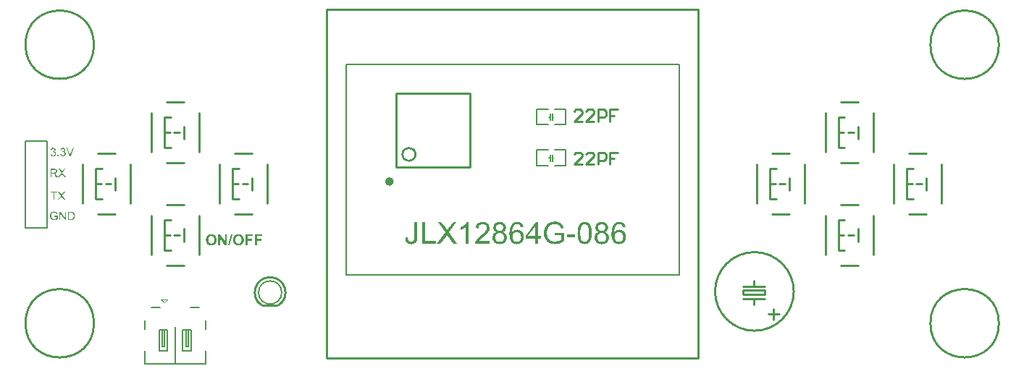
<source format=gto>
G04*
G04 #@! TF.GenerationSoftware,Altium Limited,Altium Designer,22.3.1 (43)*
G04*
G04 Layer_Color=65535*
%FSLAX25Y25*%
%MOIN*%
G70*
G04*
G04 #@! TF.SameCoordinates,4F54A2C9-ACAB-4348-99AB-C9C5CFA9E084*
G04*
G04*
G04 #@! TF.FilePolarity,Positive*
G04*
G01*
G75*
%ADD10C,0.02000*%
%ADD11C,0.01000*%
%ADD12C,0.00787*%
%ADD13C,0.00600*%
%ADD14C,0.00800*%
%ADD15C,0.00394*%
G36*
X239512Y52202D02*
X239620Y52192D01*
X239738Y52173D01*
X239866Y52153D01*
X240014Y52133D01*
X240319Y52045D01*
X240486Y51995D01*
X240644Y51927D01*
X240811Y51858D01*
X240968Y51759D01*
X241126Y51661D01*
X241273Y51543D01*
X241283Y51533D01*
X241303Y51513D01*
X241342Y51474D01*
X241392Y51425D01*
X241451Y51356D01*
X241519Y51267D01*
X241598Y51169D01*
X241677Y51061D01*
X241756Y50943D01*
X241834Y50795D01*
X241903Y50647D01*
X241982Y50480D01*
X242051Y50303D01*
X242100Y50116D01*
X242149Y49919D01*
X242189Y49703D01*
X240959Y49604D01*
Y49614D01*
X240949Y49634D01*
X240939Y49673D01*
X240929Y49722D01*
X240909Y49782D01*
X240890Y49850D01*
X240841Y50008D01*
X240772Y50185D01*
X240693Y50362D01*
X240595Y50529D01*
X240486Y50667D01*
X240476Y50677D01*
X240467Y50687D01*
X240437Y50716D01*
X240398Y50746D01*
X240349Y50795D01*
X240289Y50834D01*
X240142Y50933D01*
X239965Y51031D01*
X239748Y51120D01*
X239512Y51179D01*
X239384Y51189D01*
X239247Y51199D01*
X239148D01*
X239040Y51179D01*
X238892Y51159D01*
X238735Y51120D01*
X238558Y51061D01*
X238381Y50972D01*
X238203Y50864D01*
X238194D01*
X238174Y50844D01*
X238144Y50825D01*
X238105Y50785D01*
X238007Y50687D01*
X237869Y50549D01*
X237721Y50372D01*
X237564Y50156D01*
X237416Y49909D01*
X237279Y49614D01*
Y49604D01*
X237269Y49575D01*
X237249Y49526D01*
X237229Y49467D01*
X237200Y49378D01*
X237170Y49280D01*
X237141Y49152D01*
X237111Y49014D01*
X237082Y48857D01*
X237052Y48689D01*
X237023Y48493D01*
X236993Y48286D01*
X236973Y48059D01*
X236954Y47813D01*
X236944Y47558D01*
X236934Y47282D01*
X236944Y47292D01*
X236954Y47312D01*
X236983Y47351D01*
X237013Y47390D01*
X237052Y47449D01*
X237111Y47518D01*
X237239Y47666D01*
X237397Y47833D01*
X237583Y48000D01*
X237790Y48158D01*
X238026Y48296D01*
X238036D01*
X238056Y48305D01*
X238095Y48325D01*
X238135Y48345D01*
X238203Y48374D01*
X238272Y48404D01*
X238351Y48434D01*
X238440Y48463D01*
X238646Y48522D01*
X238873Y48581D01*
X239119Y48620D01*
X239384Y48630D01*
X239443D01*
X239502Y48620D01*
X239591D01*
X239699Y48601D01*
X239827Y48581D01*
X239965Y48551D01*
X240112Y48512D01*
X240270Y48463D01*
X240447Y48404D01*
X240614Y48335D01*
X240791Y48246D01*
X240978Y48138D01*
X241155Y48020D01*
X241323Y47873D01*
X241490Y47715D01*
X241500Y47705D01*
X241529Y47676D01*
X241569Y47617D01*
X241628Y47548D01*
X241697Y47459D01*
X241765Y47351D01*
X241844Y47223D01*
X241933Y47076D01*
X242011Y46918D01*
X242090Y46741D01*
X242159Y46544D01*
X242228Y46338D01*
X242287Y46111D01*
X242326Y45875D01*
X242356Y45629D01*
X242366Y45363D01*
Y45353D01*
Y45324D01*
Y45275D01*
X242356Y45206D01*
Y45117D01*
X242346Y45019D01*
X242336Y44911D01*
X242317Y44783D01*
X242267Y44507D01*
X242189Y44212D01*
X242090Y43907D01*
X241952Y43592D01*
Y43582D01*
X241933Y43553D01*
X241913Y43514D01*
X241874Y43464D01*
X241834Y43395D01*
X241785Y43317D01*
X241657Y43139D01*
X241490Y42933D01*
X241303Y42726D01*
X241077Y42529D01*
X240821Y42352D01*
X240811D01*
X240791Y42333D01*
X240752Y42313D01*
X240693Y42283D01*
X240624Y42254D01*
X240545Y42215D01*
X240457Y42175D01*
X240349Y42136D01*
X240240Y42096D01*
X240112Y42057D01*
X239837Y41988D01*
X239532Y41939D01*
X239365Y41929D01*
X239197Y41919D01*
X239128D01*
X239050Y41929D01*
X238941Y41939D01*
X238813Y41959D01*
X238656Y41978D01*
X238489Y42018D01*
X238302Y42057D01*
X238105Y42116D01*
X237908Y42195D01*
X237692Y42283D01*
X237485Y42401D01*
X237269Y42529D01*
X237062Y42677D01*
X236865Y42854D01*
X236678Y43051D01*
X236668Y43061D01*
X236639Y43110D01*
X236590Y43169D01*
X236531Y43268D01*
X236452Y43395D01*
X236373Y43553D01*
X236285Y43730D01*
X236196Y43946D01*
X236098Y44192D01*
X236009Y44468D01*
X235930Y44773D01*
X235861Y45117D01*
X235793Y45482D01*
X235743Y45895D01*
X235714Y46328D01*
X235704Y46800D01*
Y46810D01*
Y46830D01*
Y46869D01*
Y46928D01*
Y46997D01*
X235714Y47076D01*
Y47174D01*
X235724Y47282D01*
Y47390D01*
X235734Y47518D01*
X235763Y47794D01*
X235793Y48099D01*
X235842Y48424D01*
X235891Y48768D01*
X235970Y49122D01*
X236049Y49477D01*
X236157Y49831D01*
X236275Y50165D01*
X236422Y50490D01*
X236590Y50785D01*
X236777Y51051D01*
X236787Y51061D01*
X236816Y51100D01*
X236875Y51159D01*
X236954Y51228D01*
X237042Y51317D01*
X237160Y51415D01*
X237298Y51523D01*
X237446Y51631D01*
X237623Y51740D01*
X237810Y51848D01*
X238017Y51946D01*
X238243Y52035D01*
X238489Y52104D01*
X238745Y52163D01*
X239020Y52202D01*
X239315Y52212D01*
X239433D01*
X239512Y52202D01*
D02*
G37*
G36*
X192526Y52202D02*
X192634Y52192D01*
X192753Y52173D01*
X192880Y52153D01*
X193028Y52133D01*
X193333Y52045D01*
X193500Y51995D01*
X193658Y51927D01*
X193825Y51858D01*
X193983Y51759D01*
X194140Y51661D01*
X194288Y51543D01*
X194297Y51533D01*
X194317Y51513D01*
X194356Y51474D01*
X194406Y51425D01*
X194465Y51356D01*
X194534Y51267D01*
X194612Y51169D01*
X194691Y51061D01*
X194770Y50943D01*
X194848Y50795D01*
X194917Y50647D01*
X194996Y50480D01*
X195065Y50303D01*
X195114Y50116D01*
X195163Y49919D01*
X195203Y49703D01*
X193973Y49604D01*
Y49614D01*
X193963Y49634D01*
X193953Y49673D01*
X193943Y49722D01*
X193923Y49782D01*
X193904Y49850D01*
X193854Y50008D01*
X193786Y50185D01*
X193707Y50362D01*
X193608Y50529D01*
X193500Y50667D01*
X193491Y50677D01*
X193481Y50687D01*
X193451Y50716D01*
X193412Y50746D01*
X193362Y50795D01*
X193304Y50834D01*
X193156Y50933D01*
X192979Y51031D01*
X192762Y51120D01*
X192526Y51179D01*
X192398Y51189D01*
X192261Y51199D01*
X192162D01*
X192054Y51179D01*
X191906Y51159D01*
X191749Y51120D01*
X191572Y51061D01*
X191394Y50972D01*
X191217Y50864D01*
X191208D01*
X191188Y50844D01*
X191158Y50825D01*
X191119Y50785D01*
X191021Y50687D01*
X190883Y50549D01*
X190735Y50372D01*
X190578Y50156D01*
X190430Y49909D01*
X190293Y49614D01*
Y49604D01*
X190283Y49575D01*
X190263Y49526D01*
X190243Y49467D01*
X190214Y49378D01*
X190184Y49280D01*
X190155Y49152D01*
X190125Y49014D01*
X190096Y48857D01*
X190066Y48689D01*
X190037Y48493D01*
X190007Y48286D01*
X189987Y48059D01*
X189968Y47813D01*
X189958Y47558D01*
X189948Y47282D01*
X189958Y47292D01*
X189968Y47312D01*
X189997Y47351D01*
X190027Y47390D01*
X190066Y47449D01*
X190125Y47518D01*
X190253Y47666D01*
X190410Y47833D01*
X190597Y48000D01*
X190804Y48158D01*
X191040Y48296D01*
X191050D01*
X191070Y48305D01*
X191109Y48325D01*
X191148Y48345D01*
X191217Y48374D01*
X191286Y48404D01*
X191365Y48433D01*
X191454Y48463D01*
X191660Y48522D01*
X191886Y48581D01*
X192132Y48620D01*
X192398Y48630D01*
X192457D01*
X192516Y48620D01*
X192605D01*
X192713Y48601D01*
X192841Y48581D01*
X192979Y48551D01*
X193126Y48512D01*
X193284Y48463D01*
X193461Y48404D01*
X193628Y48335D01*
X193805Y48246D01*
X193992Y48138D01*
X194169Y48020D01*
X194337Y47873D01*
X194504Y47715D01*
X194514Y47705D01*
X194543Y47676D01*
X194583Y47617D01*
X194642Y47548D01*
X194711Y47459D01*
X194780Y47351D01*
X194858Y47223D01*
X194947Y47076D01*
X195026Y46918D01*
X195104Y46741D01*
X195173Y46544D01*
X195242Y46338D01*
X195301Y46111D01*
X195340Y45875D01*
X195370Y45629D01*
X195380Y45363D01*
Y45353D01*
Y45324D01*
Y45275D01*
X195370Y45206D01*
Y45117D01*
X195360Y45019D01*
X195350Y44911D01*
X195331Y44783D01*
X195281Y44507D01*
X195203Y44212D01*
X195104Y43907D01*
X194966Y43592D01*
Y43582D01*
X194947Y43553D01*
X194927Y43514D01*
X194888Y43464D01*
X194848Y43395D01*
X194799Y43317D01*
X194671Y43139D01*
X194504Y42933D01*
X194317Y42726D01*
X194091Y42529D01*
X193835Y42352D01*
X193825D01*
X193805Y42333D01*
X193766Y42313D01*
X193707Y42283D01*
X193638Y42254D01*
X193559Y42215D01*
X193471Y42175D01*
X193362Y42136D01*
X193254Y42096D01*
X193126Y42057D01*
X192851Y41988D01*
X192546Y41939D01*
X192378Y41929D01*
X192211Y41919D01*
X192142D01*
X192064Y41929D01*
X191955Y41939D01*
X191827Y41959D01*
X191670Y41978D01*
X191503Y42018D01*
X191316Y42057D01*
X191119Y42116D01*
X190922Y42195D01*
X190706Y42283D01*
X190499Y42401D01*
X190283Y42529D01*
X190076Y42677D01*
X189879Y42854D01*
X189692Y43051D01*
X189682Y43061D01*
X189653Y43110D01*
X189604Y43169D01*
X189545Y43268D01*
X189466Y43395D01*
X189387Y43553D01*
X189299Y43730D01*
X189210Y43946D01*
X189112Y44192D01*
X189023Y44468D01*
X188944Y44773D01*
X188875Y45117D01*
X188807Y45482D01*
X188757Y45895D01*
X188728Y46328D01*
X188718Y46800D01*
Y46810D01*
Y46830D01*
Y46869D01*
Y46928D01*
Y46997D01*
X188728Y47076D01*
Y47174D01*
X188738Y47282D01*
Y47390D01*
X188748Y47518D01*
X188777Y47794D01*
X188807Y48099D01*
X188856Y48424D01*
X188905Y48768D01*
X188984Y49122D01*
X189062Y49477D01*
X189171Y49831D01*
X189289Y50165D01*
X189436Y50490D01*
X189604Y50785D01*
X189791Y51051D01*
X189801Y51061D01*
X189830Y51100D01*
X189889Y51159D01*
X189968Y51228D01*
X190056Y51317D01*
X190174Y51415D01*
X190312Y51523D01*
X190460Y51631D01*
X190637Y51740D01*
X190824Y51848D01*
X191031Y51946D01*
X191257Y52035D01*
X191503Y52104D01*
X191759Y52163D01*
X192034Y52202D01*
X192329Y52212D01*
X192447D01*
X192526Y52202D01*
D02*
G37*
G36*
X209835Y52340D02*
X209923D01*
X210041Y52330D01*
X210169Y52320D01*
X210307Y52301D01*
X210455Y52281D01*
X210612Y52261D01*
X210937Y52192D01*
X211281Y52104D01*
X211616Y51986D01*
X211626D01*
X211655Y51966D01*
X211704Y51946D01*
X211763Y51917D01*
X211832Y51887D01*
X211921Y51838D01*
X212118Y51730D01*
X212344Y51592D01*
X212570Y51425D01*
X212796Y51228D01*
X213003Y51002D01*
X213013Y50992D01*
X213023Y50972D01*
X213052Y50933D01*
X213092Y50884D01*
X213131Y50825D01*
X213180Y50746D01*
X213229Y50657D01*
X213288Y50559D01*
X213357Y50451D01*
X213417Y50323D01*
X213475Y50185D01*
X213544Y50037D01*
X213603Y49880D01*
X213663Y49713D01*
X213721Y49536D01*
X213771Y49349D01*
X212570Y49024D01*
Y49034D01*
X212560Y49053D01*
X212550Y49103D01*
X212531Y49152D01*
X212511Y49211D01*
X212482Y49290D01*
X212413Y49467D01*
X212334Y49654D01*
X212236Y49860D01*
X212127Y50057D01*
X212000Y50234D01*
Y50244D01*
X211980Y50254D01*
X211941Y50303D01*
X211862Y50392D01*
X211754Y50490D01*
X211616Y50598D01*
X211449Y50716D01*
X211262Y50834D01*
X211035Y50943D01*
X211025D01*
X211006Y50953D01*
X210976Y50972D01*
X210927Y50982D01*
X210868Y51002D01*
X210799Y51031D01*
X210720Y51051D01*
X210632Y51080D01*
X210425Y51120D01*
X210189Y51169D01*
X209923Y51199D01*
X209648Y51208D01*
X209490D01*
X209412Y51199D01*
X209323D01*
X209225Y51189D01*
X209106Y51169D01*
X208860Y51139D01*
X208595Y51090D01*
X208319Y51021D01*
X208064Y50923D01*
X208054D01*
X208034Y50913D01*
X208004Y50893D01*
X207955Y50874D01*
X207896Y50844D01*
X207837Y50815D01*
X207680Y50726D01*
X207512Y50618D01*
X207335Y50500D01*
X207158Y50352D01*
X206991Y50185D01*
X206971Y50165D01*
X206922Y50106D01*
X206853Y50018D01*
X206765Y49890D01*
X206656Y49742D01*
X206558Y49575D01*
X206450Y49388D01*
X206361Y49191D01*
Y49181D01*
X206342Y49152D01*
X206322Y49103D01*
X206302Y49024D01*
X206273Y48945D01*
X206243Y48837D01*
X206204Y48719D01*
X206174Y48591D01*
X206135Y48443D01*
X206096Y48286D01*
X206066Y48119D01*
X206036Y47941D01*
X205997Y47567D01*
X205977Y47164D01*
Y47144D01*
Y47105D01*
Y47036D01*
X205987Y46938D01*
Y46820D01*
X206007Y46692D01*
X206017Y46544D01*
X206036Y46377D01*
X206056Y46200D01*
X206096Y46023D01*
X206174Y45639D01*
X206292Y45265D01*
X206361Y45078D01*
X206440Y44901D01*
X206450Y44891D01*
X206460Y44862D01*
X206489Y44812D01*
X206528Y44753D01*
X206578Y44675D01*
X206637Y44596D01*
X206706Y44497D01*
X206784Y44389D01*
X206873Y44281D01*
X206971Y44173D01*
X207080Y44065D01*
X207207Y43946D01*
X207335Y43838D01*
X207473Y43740D01*
X207630Y43641D01*
X207788Y43553D01*
X207798D01*
X207827Y43533D01*
X207876Y43514D01*
X207945Y43484D01*
X208024Y43454D01*
X208122Y43415D01*
X208231Y43376D01*
X208359Y43336D01*
X208487Y43297D01*
X208634Y43258D01*
X208959Y43189D01*
X209303Y43139D01*
X209481Y43130D01*
X209667Y43120D01*
X209756D01*
X209815Y43130D01*
X209894D01*
X209982Y43139D01*
X210090Y43149D01*
X210209Y43159D01*
X210465Y43199D01*
X210750Y43258D01*
X211055Y43336D01*
X211360Y43445D01*
X211370D01*
X211399Y43464D01*
X211439Y43474D01*
X211498Y43504D01*
X211566Y43533D01*
X211645Y43573D01*
X211832Y43661D01*
X212029Y43769D01*
X212236Y43887D01*
X212442Y44025D01*
X212619Y44163D01*
Y46042D01*
X209658D01*
Y47233D01*
X213928D01*
Y43484D01*
X213918Y43474D01*
X213889Y43454D01*
X213830Y43405D01*
X213761Y43356D01*
X213672Y43287D01*
X213564Y43218D01*
X213436Y43139D01*
X213308Y43051D01*
X213161Y42953D01*
X213003Y42854D01*
X212659Y42667D01*
X212285Y42480D01*
X211891Y42313D01*
X211881D01*
X211842Y42293D01*
X211793Y42274D01*
X211714Y42254D01*
X211616Y42224D01*
X211508Y42185D01*
X211380Y42156D01*
X211232Y42116D01*
X211074Y42077D01*
X210907Y42047D01*
X210730Y42008D01*
X210543Y41978D01*
X210159Y41939D01*
X209746Y41919D01*
X209598D01*
X209500Y41929D01*
X209362Y41939D01*
X209215Y41949D01*
X209038Y41969D01*
X208851Y41998D01*
X208644Y42028D01*
X208437Y42077D01*
X208211Y42126D01*
X207975Y42185D01*
X207739Y42254D01*
X207503Y42342D01*
X207276Y42441D01*
X207040Y42549D01*
X207030Y42559D01*
X206991Y42579D01*
X206922Y42618D01*
X206843Y42667D01*
X206745Y42736D01*
X206627Y42815D01*
X206499Y42913D01*
X206361Y43021D01*
X206214Y43139D01*
X206066Y43277D01*
X205908Y43435D01*
X205761Y43592D01*
X205613Y43769D01*
X205466Y43966D01*
X205338Y44173D01*
X205210Y44389D01*
X205200Y44399D01*
X205180Y44448D01*
X205151Y44507D01*
X205112Y44606D01*
X205072Y44714D01*
X205013Y44852D01*
X204964Y45009D01*
X204905Y45176D01*
X204846Y45373D01*
X204797Y45580D01*
X204738Y45806D01*
X204698Y46042D01*
X204659Y46288D01*
X204629Y46544D01*
X204610Y46810D01*
X204600Y47085D01*
Y47105D01*
Y47154D01*
Y47233D01*
X204610Y47331D01*
X204620Y47469D01*
X204629Y47617D01*
X204649Y47794D01*
X204679Y47981D01*
X204708Y48188D01*
X204747Y48404D01*
X204797Y48630D01*
X204856Y48866D01*
X204925Y49103D01*
X205013Y49349D01*
X205102Y49585D01*
X205210Y49831D01*
X205220Y49850D01*
X205239Y49890D01*
X205279Y49949D01*
X205328Y50037D01*
X205387Y50146D01*
X205466Y50264D01*
X205554Y50401D01*
X205662Y50549D01*
X205781Y50697D01*
X205918Y50854D01*
X206056Y51012D01*
X206223Y51169D01*
X206391Y51326D01*
X206578Y51474D01*
X206774Y51602D01*
X206981Y51730D01*
X206991Y51740D01*
X207030Y51759D01*
X207099Y51789D01*
X207188Y51828D01*
X207296Y51877D01*
X207424Y51927D01*
X207581Y51986D01*
X207749Y52045D01*
X207936Y52094D01*
X208142Y52153D01*
X208359Y52202D01*
X208595Y52251D01*
X208841Y52291D01*
X209097Y52320D01*
X209372Y52340D01*
X209648Y52350D01*
X209756D01*
X209835Y52340D01*
D02*
G37*
G36*
X160822Y47381D02*
X164600Y42087D01*
X162957D01*
X160408Y45678D01*
X160398Y45688D01*
X160369Y45727D01*
X160330Y45796D01*
X160271Y45875D01*
X160212Y45964D01*
X160143Y46072D01*
X159985Y46308D01*
Y46298D01*
X159975Y46288D01*
X159936Y46219D01*
X159877Y46131D01*
X159808Y46023D01*
X159729Y45905D01*
X159651Y45777D01*
X159572Y45668D01*
X159513Y45580D01*
X156955Y42087D01*
X155351D01*
X159247Y47312D01*
X155813Y52173D01*
X157407D01*
X159247Y49595D01*
X159257Y49585D01*
X159277Y49555D01*
X159306Y49516D01*
X159336Y49467D01*
X159385Y49398D01*
X159444Y49319D01*
X159562Y49142D01*
X159690Y48935D01*
X159828Y48729D01*
X159946Y48532D01*
X160044Y48355D01*
Y48365D01*
X160064Y48374D01*
X160084Y48404D01*
X160103Y48443D01*
X160182Y48551D01*
X160271Y48699D01*
X160389Y48866D01*
X160527Y49053D01*
X160674Y49270D01*
X160841Y49486D01*
X162868Y52173D01*
X164325D01*
X160822Y47381D01*
D02*
G37*
G36*
X219065Y45117D02*
X215257D01*
Y46367D01*
X219065D01*
Y45117D01*
D02*
G37*
G36*
X146367Y45294D02*
Y45285D01*
Y45235D01*
Y45176D01*
Y45088D01*
X146357Y44980D01*
X146347Y44862D01*
X146337Y44724D01*
X146327Y44576D01*
X146288Y44261D01*
X146239Y43937D01*
X146160Y43622D01*
X146111Y43474D01*
X146052Y43336D01*
Y43327D01*
X146042Y43307D01*
X146022Y43267D01*
X145993Y43228D01*
X145963Y43169D01*
X145924Y43100D01*
X145816Y42943D01*
X145678Y42775D01*
X145511Y42598D01*
X145314Y42431D01*
X145078Y42283D01*
X145068D01*
X145048Y42264D01*
X145009Y42254D01*
X144960Y42224D01*
X144901Y42195D01*
X144822Y42165D01*
X144733Y42136D01*
X144635Y42106D01*
X144527Y42067D01*
X144409Y42037D01*
X144143Y41978D01*
X143848Y41939D01*
X143523Y41919D01*
X143464D01*
X143395Y41929D01*
X143307D01*
X143198Y41939D01*
X143070Y41959D01*
X142923Y41978D01*
X142775Y42018D01*
X142608Y42057D01*
X142440Y42106D01*
X142273Y42165D01*
X142106Y42244D01*
X141939Y42323D01*
X141781Y42431D01*
X141624Y42539D01*
X141486Y42677D01*
X141476Y42687D01*
X141456Y42716D01*
X141417Y42756D01*
X141378Y42815D01*
X141329Y42903D01*
X141270Y42992D01*
X141201Y43110D01*
X141142Y43248D01*
X141073Y43395D01*
X141014Y43563D01*
X140955Y43750D01*
X140905Y43956D01*
X140866Y44173D01*
X140837Y44409D01*
X140817Y44665D01*
Y44940D01*
X142017Y45107D01*
Y45098D01*
Y45058D01*
X142027Y44999D01*
Y44921D01*
X142037Y44832D01*
X142047Y44724D01*
X142067Y44606D01*
X142086Y44478D01*
X142136Y44222D01*
X142214Y43956D01*
X142263Y43838D01*
X142313Y43720D01*
X142372Y43622D01*
X142440Y43533D01*
X142460Y43513D01*
X142509Y43464D01*
X142598Y43395D01*
X142726Y43327D01*
X142874Y43248D01*
X143061Y43179D01*
X143277Y43130D01*
X143385Y43120D01*
X143513Y43110D01*
X143602D01*
X143690Y43120D01*
X143808Y43139D01*
X143946Y43169D01*
X144094Y43208D01*
X144241Y43258D01*
X144379Y43336D01*
X144399Y43346D01*
X144438Y43376D01*
X144497Y43425D01*
X144576Y43504D01*
X144664Y43592D01*
X144743Y43691D01*
X144822Y43819D01*
X144881Y43956D01*
X144891Y43976D01*
X144901Y44035D01*
X144920Y44074D01*
X144930Y44133D01*
X144940Y44192D01*
X144960Y44271D01*
X144969Y44350D01*
X144979Y44448D01*
X144999Y44547D01*
X145009Y44665D01*
X145019Y44783D01*
Y44921D01*
X145028Y45068D01*
Y45226D01*
Y52173D01*
X146367D01*
Y45294D01*
D02*
G37*
G36*
X201815Y45629D02*
X203173D01*
Y44497D01*
X201815D01*
Y42087D01*
X200575D01*
Y44497D01*
X196196D01*
Y45629D01*
X200802Y52173D01*
X201815D01*
Y45629D01*
D02*
G37*
G36*
X176585Y52202D02*
X176694D01*
X176812Y52192D01*
X176949Y52173D01*
X177107Y52143D01*
X177284Y52114D01*
X177461Y52064D01*
X177648Y52015D01*
X177845Y51946D01*
X178032Y51868D01*
X178229Y51779D01*
X178406Y51671D01*
X178583Y51543D01*
X178750Y51405D01*
X178760Y51395D01*
X178789Y51366D01*
X178829Y51326D01*
X178878Y51257D01*
X178947Y51179D01*
X179016Y51090D01*
X179095Y50982D01*
X179173Y50854D01*
X179252Y50716D01*
X179331Y50559D01*
X179400Y50401D01*
X179469Y50224D01*
X179518Y50037D01*
X179557Y49831D01*
X179587Y49624D01*
X179596Y49408D01*
Y49398D01*
Y49378D01*
Y49349D01*
Y49309D01*
X179587Y49250D01*
Y49191D01*
X179567Y49034D01*
X179537Y48857D01*
X179488Y48650D01*
X179429Y48433D01*
X179341Y48217D01*
Y48207D01*
X179331Y48188D01*
X179311Y48158D01*
X179291Y48119D01*
X179262Y48059D01*
X179232Y48000D01*
X179144Y47843D01*
X179035Y47666D01*
X178888Y47449D01*
X178721Y47223D01*
X178514Y46987D01*
X178504Y46977D01*
X178484Y46957D01*
X178455Y46918D01*
X178406Y46869D01*
X178337Y46800D01*
X178268Y46721D01*
X178170Y46633D01*
X178061Y46525D01*
X177943Y46406D01*
X177796Y46269D01*
X177648Y46121D01*
X177471Y45964D01*
X177284Y45796D01*
X177077Y45609D01*
X176851Y45422D01*
X176615Y45216D01*
X176605Y45206D01*
X176566Y45176D01*
X176507Y45127D01*
X176438Y45068D01*
X176349Y44989D01*
X176251Y44901D01*
X176015Y44704D01*
X175778Y44497D01*
X175542Y44291D01*
X175434Y44192D01*
X175336Y44094D01*
X175247Y44015D01*
X175178Y43946D01*
X175168Y43937D01*
X175129Y43887D01*
X175070Y43819D01*
X174991Y43740D01*
X174913Y43632D01*
X174824Y43523D01*
X174735Y43405D01*
X174657Y43277D01*
X179606D01*
Y42087D01*
X172944D01*
Y42096D01*
Y42106D01*
Y42165D01*
Y42244D01*
X172954Y42362D01*
X172974Y42490D01*
X172994Y42638D01*
X173033Y42785D01*
X173082Y42943D01*
Y42953D01*
X173092Y42972D01*
X173112Y43012D01*
X173132Y43061D01*
X173161Y43120D01*
X173190Y43189D01*
X173279Y43366D01*
X173397Y43573D01*
X173535Y43799D01*
X173702Y44035D01*
X173899Y44281D01*
X173909Y44291D01*
X173928Y44311D01*
X173958Y44350D01*
X174007Y44399D01*
X174066Y44458D01*
X174135Y44537D01*
X174214Y44625D01*
X174312Y44724D01*
X174420Y44822D01*
X174539Y44940D01*
X174676Y45068D01*
X174814Y45206D01*
X174972Y45344D01*
X175139Y45491D01*
X175326Y45649D01*
X175513Y45806D01*
X175532Y45826D01*
X175582Y45865D01*
X175670Y45934D01*
X175778Y46033D01*
X175916Y46141D01*
X176064Y46279D01*
X176231Y46426D01*
X176408Y46584D01*
X176782Y46928D01*
X177146Y47282D01*
X177313Y47459D01*
X177471Y47636D01*
X177619Y47794D01*
X177737Y47951D01*
X177746Y47961D01*
X177766Y47991D01*
X177796Y48030D01*
X177825Y48089D01*
X177874Y48158D01*
X177924Y48237D01*
X177973Y48335D01*
X178032Y48433D01*
X178140Y48660D01*
X178238Y48906D01*
X178268Y49044D01*
X178297Y49171D01*
X178317Y49309D01*
X178327Y49437D01*
Y49447D01*
Y49467D01*
Y49506D01*
X178317Y49565D01*
X178307Y49624D01*
X178297Y49693D01*
X178258Y49870D01*
X178199Y50067D01*
X178101Y50274D01*
X178042Y50372D01*
X177973Y50480D01*
X177894Y50579D01*
X177796Y50677D01*
X177786Y50687D01*
X177776Y50697D01*
X177737Y50726D01*
X177697Y50756D01*
X177648Y50795D01*
X177579Y50834D01*
X177510Y50884D01*
X177422Y50933D01*
X177333Y50982D01*
X177225Y51031D01*
X176989Y51110D01*
X176723Y51169D01*
X176576Y51179D01*
X176418Y51189D01*
X176330D01*
X176270Y51179D01*
X176192Y51169D01*
X176103Y51159D01*
X176005Y51139D01*
X175906Y51120D01*
X175670Y51061D01*
X175434Y50962D01*
X175316Y50903D01*
X175198Y50825D01*
X175090Y50746D01*
X174981Y50647D01*
X174972Y50638D01*
X174962Y50628D01*
X174932Y50588D01*
X174903Y50549D01*
X174863Y50500D01*
X174814Y50431D01*
X174765Y50352D01*
X174716Y50264D01*
X174667Y50165D01*
X174617Y50057D01*
X174578Y49929D01*
X174529Y49801D01*
X174499Y49663D01*
X174470Y49506D01*
X174460Y49349D01*
X174450Y49171D01*
X173181Y49299D01*
Y49319D01*
X173190Y49358D01*
X173200Y49437D01*
X173210Y49536D01*
X173240Y49654D01*
X173269Y49791D01*
X173309Y49939D01*
X173348Y50106D01*
X173407Y50274D01*
X173476Y50451D01*
X173555Y50628D01*
X173643Y50815D01*
X173751Y50992D01*
X173870Y51159D01*
X174007Y51317D01*
X174155Y51464D01*
X174165Y51474D01*
X174194Y51494D01*
X174243Y51533D01*
X174312Y51582D01*
X174401Y51641D01*
X174499Y51700D01*
X174627Y51769D01*
X174765Y51838D01*
X174922Y51907D01*
X175090Y51976D01*
X175277Y52035D01*
X175483Y52094D01*
X175700Y52143D01*
X175936Y52183D01*
X176182Y52202D01*
X176448Y52212D01*
X176516D01*
X176585Y52202D01*
D02*
G37*
G36*
X169933Y42087D02*
X168694Y42087D01*
Y49968D01*
X168684D01*
X168674Y49949D01*
X168644Y49929D01*
X168615Y49900D01*
X168517Y49811D01*
X168379Y49703D01*
X168211Y49575D01*
X168005Y49427D01*
X167769Y49270D01*
X167513Y49112D01*
X167503D01*
X167483Y49093D01*
X167444Y49073D01*
X167395Y49044D01*
X167326Y49004D01*
X167257Y48965D01*
X167080Y48876D01*
X166883Y48778D01*
X166667Y48670D01*
X166440Y48571D01*
X166224Y48483D01*
Y49673D01*
X166234Y49683D01*
X166273Y49693D01*
X166322Y49722D01*
X166401Y49762D01*
X166490Y49811D01*
X166588Y49870D01*
X166706Y49929D01*
X166834Y50008D01*
X167119Y50175D01*
X167424Y50382D01*
X167729Y50608D01*
X168034Y50854D01*
X168044Y50864D01*
X168064Y50884D01*
X168113Y50923D01*
X168162Y50972D01*
X168221Y51041D01*
X168300Y51110D01*
X168379Y51199D01*
X168467Y51287D01*
X168644Y51494D01*
X168822Y51720D01*
X168989Y51966D01*
X169068Y52084D01*
X169127Y52212D01*
X169933Y52212D01*
Y42087D01*
D02*
G37*
G36*
X149830Y43277D02*
X154790D01*
Y42087D01*
X148492D01*
Y52173D01*
X149830D01*
Y43277D01*
D02*
G37*
G36*
X231424Y52202D02*
X231542Y52192D01*
X231670Y52173D01*
X231807Y52143D01*
X231965Y52114D01*
X232132Y52074D01*
X232309Y52025D01*
X232486Y51966D01*
X232663Y51887D01*
X232841Y51799D01*
X233008Y51700D01*
X233175Y51582D01*
X233333Y51445D01*
X233343Y51435D01*
X233372Y51405D01*
X233411Y51366D01*
X233460Y51307D01*
X233520Y51238D01*
X233589Y51139D01*
X233657Y51041D01*
X233736Y50923D01*
X233815Y50795D01*
X233884Y50647D01*
X233952Y50500D01*
X234012Y50333D01*
X234061Y50156D01*
X234110Y49968D01*
X234130Y49782D01*
X234139Y49575D01*
Y49565D01*
Y49545D01*
Y49506D01*
X234130Y49457D01*
Y49398D01*
X234120Y49319D01*
X234090Y49152D01*
X234051Y48965D01*
X233982Y48758D01*
X233893Y48551D01*
X233766Y48345D01*
Y48335D01*
X233746Y48325D01*
X233697Y48256D01*
X233608Y48168D01*
X233490Y48050D01*
X233333Y47922D01*
X233146Y47794D01*
X232919Y47666D01*
X232654Y47548D01*
X232663D01*
X232693Y47538D01*
X232742Y47518D01*
X232801Y47489D01*
X232880Y47459D01*
X232968Y47420D01*
X233175Y47312D01*
X233401Y47174D01*
X233638Y47007D01*
X233864Y46810D01*
X233962Y46692D01*
X234061Y46574D01*
X234071Y46564D01*
X234081Y46544D01*
X234110Y46505D01*
X234139Y46456D01*
X234179Y46387D01*
X234218Y46318D01*
X234258Y46220D01*
X234307Y46121D01*
X234356Y46013D01*
X234395Y45885D01*
X234474Y45619D01*
X234533Y45304D01*
X234543Y45147D01*
X234553Y44970D01*
Y44960D01*
Y44911D01*
X234543Y44842D01*
Y44753D01*
X234523Y44645D01*
X234504Y44517D01*
X234474Y44370D01*
X234435Y44212D01*
X234385Y44045D01*
X234327Y43868D01*
X234258Y43691D01*
X234169Y43504D01*
X234061Y43317D01*
X233943Y43139D01*
X233795Y42962D01*
X233638Y42795D01*
X233628Y42785D01*
X233598Y42756D01*
X233539Y42716D01*
X233470Y42657D01*
X233382Y42588D01*
X233274Y42520D01*
X233136Y42441D01*
X232998Y42362D01*
X232831Y42274D01*
X232644Y42195D01*
X232447Y42126D01*
X232230Y42057D01*
X232004Y41998D01*
X231758Y41959D01*
X231502Y41929D01*
X231227Y41919D01*
X231158D01*
X231079Y41929D01*
X230981D01*
X230853Y41949D01*
X230705Y41969D01*
X230538Y41988D01*
X230361Y42028D01*
X230174Y42077D01*
X229977Y42136D01*
X229780Y42205D01*
X229584Y42293D01*
X229377Y42392D01*
X229180Y42510D01*
X228993Y42638D01*
X228816Y42795D01*
X228806Y42805D01*
X228777Y42834D01*
X228737Y42884D01*
X228678Y42953D01*
X228609Y43041D01*
X228531Y43149D01*
X228452Y43268D01*
X228363Y43405D01*
X228275Y43553D01*
X228196Y43720D01*
X228117Y43907D01*
X228048Y44104D01*
X227999Y44311D01*
X227950Y44527D01*
X227921Y44753D01*
X227911Y44999D01*
Y45009D01*
Y45039D01*
Y45098D01*
X227921Y45167D01*
X227930Y45245D01*
X227940Y45344D01*
X227950Y45452D01*
X227970Y45570D01*
X228029Y45836D01*
X228117Y46111D01*
X228176Y46249D01*
X228245Y46387D01*
X228314Y46515D01*
X228403Y46643D01*
X228413Y46652D01*
X228422Y46672D01*
X228452Y46702D01*
X228491Y46751D01*
X228550Y46810D01*
X228609Y46869D01*
X228688Y46938D01*
X228767Y47007D01*
X228865Y47085D01*
X228974Y47154D01*
X229092Y47233D01*
X229220Y47312D01*
X229357Y47381D01*
X229505Y47440D01*
X229662Y47499D01*
X229830Y47548D01*
X229820D01*
X229800Y47558D01*
X229751Y47577D01*
X229702Y47597D01*
X229643Y47627D01*
X229564Y47666D01*
X229397Y47754D01*
X229210Y47873D01*
X229013Y48010D01*
X228836Y48168D01*
X228678Y48355D01*
Y48365D01*
X228659Y48374D01*
X228649Y48404D01*
X228619Y48443D01*
X228590Y48502D01*
X228560Y48561D01*
X228501Y48709D01*
X228432Y48886D01*
X228373Y49103D01*
X228334Y49339D01*
X228314Y49604D01*
Y49614D01*
Y49654D01*
X228324Y49713D01*
Y49791D01*
X228334Y49880D01*
X228354Y49988D01*
X228383Y50116D01*
X228413Y50254D01*
X228452Y50392D01*
X228511Y50539D01*
X228570Y50697D01*
X228649Y50854D01*
X228737Y51002D01*
X228846Y51159D01*
X228964Y51307D01*
X229101Y51454D01*
X229111Y51464D01*
X229141Y51484D01*
X229180Y51523D01*
X229249Y51572D01*
X229328Y51631D01*
X229416Y51691D01*
X229534Y51759D01*
X229662Y51838D01*
X229800Y51907D01*
X229958Y51976D01*
X230135Y52035D01*
X230322Y52094D01*
X230528Y52143D01*
X230735Y52183D01*
X230971Y52202D01*
X231207Y52212D01*
X231335D01*
X231424Y52202D01*
D02*
G37*
G36*
X223581Y52202D02*
X223660Y52192D01*
X223758Y52183D01*
X223857Y52173D01*
X224073Y52133D01*
X224309Y52074D01*
X224555Y51986D01*
X224792Y51877D01*
X224801D01*
X224821Y51858D01*
X224851Y51848D01*
X224900Y51818D01*
X225008Y51740D01*
X225156Y51641D01*
X225313Y51503D01*
X225480Y51346D01*
X225648Y51149D01*
X225805Y50933D01*
Y50923D01*
X225825Y50903D01*
X225844Y50874D01*
X225874Y50825D01*
X225903Y50766D01*
X225943Y50697D01*
X225982Y50608D01*
X226031Y50520D01*
X226080Y50411D01*
X226130Y50303D01*
X226228Y50047D01*
X226336Y49752D01*
X226425Y49437D01*
Y49427D01*
X226435Y49398D01*
X226445Y49349D01*
X226464Y49280D01*
X226484Y49191D01*
X226504Y49083D01*
X226523Y48955D01*
X226543Y48807D01*
X226563Y48650D01*
X226582Y48463D01*
X226602Y48276D01*
X226622Y48059D01*
X226641Y47833D01*
X226651Y47587D01*
X226661Y47331D01*
Y47056D01*
Y47036D01*
Y46977D01*
Y46889D01*
X226651Y46761D01*
Y46613D01*
X226641Y46436D01*
X226632Y46249D01*
X226612Y46033D01*
X226592Y45806D01*
X226572Y45580D01*
X226504Y45098D01*
X226415Y44625D01*
X226356Y44409D01*
X226287Y44192D01*
Y44183D01*
X226268Y44143D01*
X226248Y44084D01*
X226218Y44015D01*
X226179Y43917D01*
X226130Y43819D01*
X226080Y43700D01*
X226012Y43573D01*
X225864Y43307D01*
X225677Y43021D01*
X225451Y42756D01*
X225323Y42628D01*
X225195Y42510D01*
X225185Y42500D01*
X225165Y42480D01*
X225126Y42451D01*
X225067Y42421D01*
X224998Y42372D01*
X224910Y42323D01*
X224811Y42274D01*
X224703Y42215D01*
X224575Y42156D01*
X224437Y42106D01*
X224290Y42057D01*
X224122Y42008D01*
X223955Y41978D01*
X223768Y41949D01*
X223581Y41929D01*
X223375Y41919D01*
X223306D01*
X223237Y41929D01*
X223129Y41939D01*
X223010Y41949D01*
X222863Y41978D01*
X222705Y42008D01*
X222538Y42047D01*
X222361Y42106D01*
X222174Y42175D01*
X221977Y42254D01*
X221790Y42352D01*
X221603Y42470D01*
X221416Y42608D01*
X221239Y42775D01*
X221082Y42953D01*
X221072Y42972D01*
X221042Y43012D01*
X220993Y43090D01*
X220924Y43199D01*
X220855Y43336D01*
X220767Y43504D01*
X220678Y43710D01*
X220590Y43946D01*
X220491Y44212D01*
X220403Y44517D01*
X220314Y44852D01*
X220245Y45216D01*
X220177Y45629D01*
X220127Y46062D01*
X220098Y46544D01*
X220088Y47056D01*
Y47066D01*
Y47076D01*
Y47135D01*
Y47233D01*
X220098Y47351D01*
Y47508D01*
X220108Y47676D01*
X220117Y47873D01*
X220137Y48089D01*
X220157Y48315D01*
X220177Y48551D01*
X220245Y49024D01*
X220334Y49506D01*
X220393Y49722D01*
X220452Y49939D01*
Y49949D01*
X220472Y49988D01*
X220491Y50047D01*
X220521Y50116D01*
X220560Y50214D01*
X220609Y50313D01*
X220659Y50431D01*
X220728Y50559D01*
X220875Y50834D01*
X221062Y51110D01*
X221288Y51376D01*
X221416Y51503D01*
X221544Y51622D01*
X221554Y51631D01*
X221574Y51651D01*
X221623Y51681D01*
X221672Y51710D01*
X221751Y51759D01*
X221830Y51809D01*
X221938Y51858D01*
X222046Y51917D01*
X222174Y51976D01*
X222312Y52025D01*
X222459Y52074D01*
X222627Y52123D01*
X222794Y52153D01*
X222981Y52183D01*
X223168Y52202D01*
X223375Y52212D01*
X223512D01*
X223581Y52202D01*
D02*
G37*
G36*
X184438D02*
X184556Y52192D01*
X184684Y52173D01*
X184821Y52143D01*
X184979Y52114D01*
X185146Y52074D01*
X185323Y52025D01*
X185500Y51966D01*
X185678Y51887D01*
X185855Y51799D01*
X186022Y51700D01*
X186189Y51582D01*
X186347Y51445D01*
X186356Y51435D01*
X186386Y51405D01*
X186425Y51366D01*
X186475Y51307D01*
X186534Y51238D01*
X186602Y51139D01*
X186671Y51041D01*
X186750Y50923D01*
X186829Y50795D01*
X186898Y50647D01*
X186967Y50500D01*
X187026Y50333D01*
X187075Y50156D01*
X187124Y49968D01*
X187144Y49782D01*
X187153Y49575D01*
Y49565D01*
Y49545D01*
Y49506D01*
X187144Y49457D01*
Y49398D01*
X187134Y49319D01*
X187104Y49152D01*
X187065Y48965D01*
X186996Y48758D01*
X186907Y48551D01*
X186780Y48345D01*
Y48335D01*
X186760Y48325D01*
X186711Y48256D01*
X186622Y48168D01*
X186504Y48050D01*
X186347Y47922D01*
X186160Y47794D01*
X185933Y47666D01*
X185668Y47548D01*
X185678D01*
X185707Y47538D01*
X185756Y47518D01*
X185815Y47489D01*
X185894Y47459D01*
X185983Y47420D01*
X186189Y47312D01*
X186416Y47174D01*
X186652Y47007D01*
X186878Y46810D01*
X186976Y46692D01*
X187075Y46574D01*
X187085Y46564D01*
X187094Y46544D01*
X187124Y46505D01*
X187153Y46456D01*
X187193Y46387D01*
X187232Y46318D01*
X187272Y46220D01*
X187321Y46121D01*
X187370Y46013D01*
X187409Y45885D01*
X187488Y45619D01*
X187547Y45304D01*
X187557Y45147D01*
X187567Y44970D01*
Y44960D01*
Y44911D01*
X187557Y44842D01*
Y44753D01*
X187537Y44645D01*
X187518Y44517D01*
X187488Y44370D01*
X187449Y44212D01*
X187399Y44045D01*
X187340Y43868D01*
X187272Y43691D01*
X187183Y43504D01*
X187075Y43317D01*
X186957Y43139D01*
X186809Y42962D01*
X186652Y42795D01*
X186642Y42785D01*
X186612Y42756D01*
X186553Y42716D01*
X186484Y42657D01*
X186396Y42588D01*
X186288Y42520D01*
X186150Y42441D01*
X186012Y42362D01*
X185845Y42274D01*
X185658Y42195D01*
X185461Y42126D01*
X185245Y42057D01*
X185018Y41998D01*
X184772Y41959D01*
X184516Y41929D01*
X184241Y41919D01*
X184172D01*
X184093Y41929D01*
X183995D01*
X183867Y41949D01*
X183719Y41969D01*
X183552Y41988D01*
X183375Y42028D01*
X183188Y42077D01*
X182991Y42136D01*
X182794Y42205D01*
X182598Y42293D01*
X182391Y42392D01*
X182194Y42510D01*
X182007Y42638D01*
X181830Y42795D01*
X181820Y42805D01*
X181791Y42834D01*
X181751Y42884D01*
X181692Y42953D01*
X181623Y43041D01*
X181545Y43149D01*
X181466Y43268D01*
X181377Y43405D01*
X181289Y43553D01*
X181210Y43720D01*
X181131Y43907D01*
X181062Y44104D01*
X181013Y44311D01*
X180964Y44527D01*
X180935Y44753D01*
X180925Y44999D01*
Y45009D01*
Y45039D01*
Y45098D01*
X180935Y45167D01*
X180945Y45245D01*
X180954Y45344D01*
X180964Y45452D01*
X180984Y45570D01*
X181043Y45836D01*
X181131Y46111D01*
X181191Y46249D01*
X181259Y46387D01*
X181328Y46515D01*
X181417Y46643D01*
X181427Y46652D01*
X181437Y46672D01*
X181466Y46702D01*
X181505Y46751D01*
X181564Y46810D01*
X181623Y46869D01*
X181702Y46938D01*
X181781Y47007D01*
X181879Y47085D01*
X181988Y47154D01*
X182106Y47233D01*
X182234Y47312D01*
X182371Y47381D01*
X182519Y47440D01*
X182676Y47499D01*
X182844Y47548D01*
X182834D01*
X182814Y47558D01*
X182765Y47577D01*
X182716Y47597D01*
X182657Y47627D01*
X182578Y47666D01*
X182411Y47754D01*
X182224Y47873D01*
X182027Y48010D01*
X181850Y48168D01*
X181692Y48355D01*
Y48365D01*
X181673Y48374D01*
X181663Y48404D01*
X181633Y48443D01*
X181604Y48502D01*
X181574Y48561D01*
X181515Y48709D01*
X181446Y48886D01*
X181387Y49103D01*
X181348Y49339D01*
X181328Y49604D01*
Y49614D01*
Y49654D01*
X181338Y49713D01*
Y49791D01*
X181348Y49880D01*
X181368Y49988D01*
X181397Y50116D01*
X181427Y50254D01*
X181466Y50392D01*
X181525Y50539D01*
X181584Y50697D01*
X181663Y50854D01*
X181751Y51002D01*
X181860Y51159D01*
X181978Y51307D01*
X182115Y51454D01*
X182125Y51464D01*
X182155Y51484D01*
X182194Y51523D01*
X182263Y51572D01*
X182342Y51631D01*
X182430Y51691D01*
X182548Y51759D01*
X182676Y51838D01*
X182814Y51907D01*
X182972Y51976D01*
X183149Y52035D01*
X183336Y52094D01*
X183542Y52143D01*
X183749Y52183D01*
X183985Y52202D01*
X184221Y52212D01*
X184349D01*
X184438Y52202D01*
D02*
G37*
G36*
X-16766Y86316D02*
X-16736D01*
X-16706Y86312D01*
X-16669Y86308D01*
X-16627Y86304D01*
X-16537Y86286D01*
X-16444Y86263D01*
X-16342Y86229D01*
X-16241Y86184D01*
X-16238D01*
X-16230Y86177D01*
X-16215Y86169D01*
X-16196Y86158D01*
X-16174Y86147D01*
X-16151Y86128D01*
X-16091Y86087D01*
X-16024Y86034D01*
X-15956Y85971D01*
X-15892Y85896D01*
X-15836Y85813D01*
Y85809D01*
X-15829Y85802D01*
X-15821Y85791D01*
X-15814Y85772D01*
X-15802Y85753D01*
X-15791Y85727D01*
X-15765Y85663D01*
X-15739Y85592D01*
X-15716Y85506D01*
X-15701Y85416D01*
X-15694Y85318D01*
Y85314D01*
Y85307D01*
Y85296D01*
X-15698Y85277D01*
Y85254D01*
X-15701Y85228D01*
X-15709Y85168D01*
X-15728Y85097D01*
X-15750Y85022D01*
X-15784Y84943D01*
X-15829Y84864D01*
Y84861D01*
X-15836Y84857D01*
X-15844Y84846D01*
X-15855Y84831D01*
X-15885Y84793D01*
X-15930Y84748D01*
X-15986Y84696D01*
X-16054Y84643D01*
X-16132Y84591D01*
X-16226Y84542D01*
X-16222D01*
X-16211Y84538D01*
X-16193Y84534D01*
X-16170Y84527D01*
X-16140Y84516D01*
X-16110Y84504D01*
X-16031Y84471D01*
X-15949Y84429D01*
X-15859Y84369D01*
X-15773Y84302D01*
X-15735Y84261D01*
X-15698Y84216D01*
X-15694Y84212D01*
X-15690Y84204D01*
X-15679Y84189D01*
X-15667Y84171D01*
X-15653Y84148D01*
X-15638Y84118D01*
X-15619Y84084D01*
X-15600Y84047D01*
X-15585Y84002D01*
X-15566Y83957D01*
X-15551Y83904D01*
X-15536Y83852D01*
X-15514Y83732D01*
X-15510Y83664D01*
X-15506Y83597D01*
Y83593D01*
Y83574D01*
X-15510Y83548D01*
Y83514D01*
X-15518Y83469D01*
X-15525Y83421D01*
X-15536Y83364D01*
X-15551Y83301D01*
X-15570Y83237D01*
X-15596Y83169D01*
X-15626Y83098D01*
X-15660Y83027D01*
X-15705Y82956D01*
X-15754Y82881D01*
X-15810Y82813D01*
X-15874Y82746D01*
X-15878Y82742D01*
X-15889Y82731D01*
X-15911Y82712D01*
X-15941Y82693D01*
X-15975Y82663D01*
X-16020Y82637D01*
X-16069Y82603D01*
X-16129Y82573D01*
X-16193Y82539D01*
X-16264Y82506D01*
X-16339Y82479D01*
X-16421Y82453D01*
X-16508Y82431D01*
X-16601Y82412D01*
X-16699Y82401D01*
X-16804Y82397D01*
X-16826D01*
X-16852Y82401D01*
X-16886D01*
X-16931Y82404D01*
X-16980Y82412D01*
X-17036Y82423D01*
X-17100Y82434D01*
X-17164Y82449D01*
X-17231Y82472D01*
X-17302Y82494D01*
X-17370Y82524D01*
X-17441Y82558D01*
X-17513Y82599D01*
X-17580Y82644D01*
X-17644Y82697D01*
X-17648Y82701D01*
X-17659Y82712D01*
X-17674Y82727D01*
X-17696Y82753D01*
X-17722Y82783D01*
X-17752Y82817D01*
X-17783Y82858D01*
X-17816Y82907D01*
X-17850Y82959D01*
X-17884Y83019D01*
X-17914Y83083D01*
X-17944Y83154D01*
X-17970Y83229D01*
X-17992Y83308D01*
X-18011Y83391D01*
X-18022Y83481D01*
X-17550Y83544D01*
Y83541D01*
X-17546Y83526D01*
X-17542Y83507D01*
X-17535Y83477D01*
X-17527Y83447D01*
X-17516Y83406D01*
X-17501Y83364D01*
X-17486Y83319D01*
X-17449Y83226D01*
X-17400Y83128D01*
X-17344Y83038D01*
X-17310Y83001D01*
X-17276Y82963D01*
X-17273D01*
X-17269Y82956D01*
X-17257Y82948D01*
X-17243Y82937D01*
X-17224Y82922D01*
X-17201Y82907D01*
X-17145Y82877D01*
X-17074Y82843D01*
X-16991Y82813D01*
X-16901Y82794D01*
X-16852Y82791D01*
X-16800Y82787D01*
X-16766D01*
X-16744Y82791D01*
X-16714Y82794D01*
X-16684Y82798D01*
X-16646Y82806D01*
X-16605Y82817D01*
X-16515Y82843D01*
X-16470Y82862D01*
X-16421Y82884D01*
X-16373Y82911D01*
X-16328Y82941D01*
X-16283Y82974D01*
X-16238Y83016D01*
X-16234Y83019D01*
X-16226Y83027D01*
X-16215Y83038D01*
X-16200Y83057D01*
X-16185Y83079D01*
X-16166Y83106D01*
X-16144Y83136D01*
X-16121Y83173D01*
X-16103Y83211D01*
X-16080Y83256D01*
X-16043Y83353D01*
X-16031Y83406D01*
X-16020Y83462D01*
X-16013Y83522D01*
X-16009Y83586D01*
Y83589D01*
Y83601D01*
Y83616D01*
X-16013Y83642D01*
X-16016Y83668D01*
X-16020Y83702D01*
X-16027Y83736D01*
X-16035Y83777D01*
X-16061Y83859D01*
X-16076Y83904D01*
X-16099Y83949D01*
X-16125Y83994D01*
X-16151Y84039D01*
X-16185Y84081D01*
X-16222Y84122D01*
X-16226Y84126D01*
X-16234Y84129D01*
X-16245Y84141D01*
X-16260Y84156D01*
X-16283Y84171D01*
X-16309Y84189D01*
X-16335Y84208D01*
X-16369Y84227D01*
X-16406Y84246D01*
X-16447Y84264D01*
X-16541Y84298D01*
X-16646Y84324D01*
X-16702Y84328D01*
X-16762Y84332D01*
X-16785D01*
X-16815Y84328D01*
X-16852Y84324D01*
X-16901Y84321D01*
X-16958Y84313D01*
X-17021Y84298D01*
X-17093Y84283D01*
X-17040Y84696D01*
X-17032D01*
X-17014Y84692D01*
X-16987Y84688D01*
X-16935D01*
X-16913Y84692D01*
X-16886D01*
X-16856Y84696D01*
X-16823Y84703D01*
X-16785Y84707D01*
X-16699Y84726D01*
X-16609Y84756D01*
X-16515Y84793D01*
X-16421Y84846D01*
X-16418Y84849D01*
X-16410Y84853D01*
X-16399Y84861D01*
X-16384Y84876D01*
X-16365Y84891D01*
X-16342Y84913D01*
X-16324Y84936D01*
X-16297Y84966D01*
X-16275Y84996D01*
X-16256Y85033D01*
X-16234Y85074D01*
X-16215Y85116D01*
X-16200Y85164D01*
X-16189Y85217D01*
X-16181Y85269D01*
X-16177Y85329D01*
Y85333D01*
Y85341D01*
Y85356D01*
X-16181Y85374D01*
Y85397D01*
X-16185Y85423D01*
X-16200Y85483D01*
X-16219Y85551D01*
X-16252Y85622D01*
X-16294Y85693D01*
X-16324Y85727D01*
X-16354Y85761D01*
X-16357Y85764D01*
X-16361Y85768D01*
X-16373Y85776D01*
X-16384Y85787D01*
X-16425Y85817D01*
X-16477Y85847D01*
X-16541Y85877D01*
X-16620Y85907D01*
X-16710Y85926D01*
X-16755Y85933D01*
X-16834D01*
X-16852Y85929D01*
X-16879D01*
X-16905Y85926D01*
X-16969Y85911D01*
X-17044Y85892D01*
X-17119Y85858D01*
X-17198Y85817D01*
X-17235Y85787D01*
X-17269Y85757D01*
X-17273Y85753D01*
X-17276Y85749D01*
X-17288Y85738D01*
X-17299Y85723D01*
X-17314Y85708D01*
X-17329Y85686D01*
X-17347Y85659D01*
X-17366Y85629D01*
X-17385Y85592D01*
X-17408Y85554D01*
X-17426Y85513D01*
X-17445Y85464D01*
X-17460Y85416D01*
X-17479Y85359D01*
X-17490Y85303D01*
X-17501Y85239D01*
X-17974Y85322D01*
Y85326D01*
X-17970Y85344D01*
X-17963Y85367D01*
X-17955Y85401D01*
X-17944Y85438D01*
X-17929Y85487D01*
X-17914Y85536D01*
X-17891Y85592D01*
X-17869Y85648D01*
X-17839Y85708D01*
X-17809Y85772D01*
X-17771Y85832D01*
X-17734Y85892D01*
X-17689Y85952D01*
X-17636Y86004D01*
X-17584Y86057D01*
X-17580Y86061D01*
X-17569Y86068D01*
X-17554Y86079D01*
X-17527Y86098D01*
X-17497Y86117D01*
X-17464Y86139D01*
X-17419Y86166D01*
X-17374Y86188D01*
X-17321Y86214D01*
X-17261Y86237D01*
X-17198Y86259D01*
X-17130Y86278D01*
X-17059Y86297D01*
X-16984Y86308D01*
X-16901Y86316D01*
X-16819Y86319D01*
X-16789D01*
X-16766Y86316D01*
D02*
G37*
G36*
X-21244D02*
X-21214D01*
X-21184Y86312D01*
X-21146Y86308D01*
X-21105Y86304D01*
X-21015Y86286D01*
X-20921Y86263D01*
X-20820Y86229D01*
X-20719Y86184D01*
X-20715D01*
X-20707Y86177D01*
X-20693Y86169D01*
X-20674Y86158D01*
X-20651Y86147D01*
X-20629Y86128D01*
X-20569Y86087D01*
X-20501Y86034D01*
X-20434Y85971D01*
X-20370Y85896D01*
X-20314Y85813D01*
Y85809D01*
X-20306Y85802D01*
X-20299Y85791D01*
X-20291Y85772D01*
X-20280Y85753D01*
X-20269Y85727D01*
X-20243Y85663D01*
X-20216Y85592D01*
X-20194Y85506D01*
X-20179Y85416D01*
X-20171Y85318D01*
Y85314D01*
Y85307D01*
Y85296D01*
X-20175Y85277D01*
Y85254D01*
X-20179Y85228D01*
X-20186Y85168D01*
X-20205Y85097D01*
X-20227Y85022D01*
X-20261Y84943D01*
X-20306Y84864D01*
Y84861D01*
X-20314Y84857D01*
X-20321Y84846D01*
X-20333Y84831D01*
X-20362Y84793D01*
X-20407Y84748D01*
X-20464Y84696D01*
X-20531Y84643D01*
X-20610Y84591D01*
X-20704Y84542D01*
X-20700D01*
X-20689Y84538D01*
X-20670Y84534D01*
X-20648Y84527D01*
X-20617Y84516D01*
X-20587Y84504D01*
X-20509Y84471D01*
X-20426Y84429D01*
X-20336Y84369D01*
X-20250Y84302D01*
X-20212Y84261D01*
X-20175Y84216D01*
X-20171Y84212D01*
X-20167Y84204D01*
X-20156Y84189D01*
X-20145Y84171D01*
X-20130Y84148D01*
X-20115Y84118D01*
X-20096Y84084D01*
X-20077Y84047D01*
X-20063Y84002D01*
X-20044Y83957D01*
X-20029Y83904D01*
X-20014Y83852D01*
X-19991Y83732D01*
X-19987Y83664D01*
X-19984Y83597D01*
Y83593D01*
Y83574D01*
X-19987Y83548D01*
Y83514D01*
X-19995Y83469D01*
X-20003Y83421D01*
X-20014Y83364D01*
X-20029Y83301D01*
X-20048Y83237D01*
X-20074Y83169D01*
X-20104Y83098D01*
X-20137Y83027D01*
X-20182Y82956D01*
X-20231Y82881D01*
X-20288Y82813D01*
X-20351Y82746D01*
X-20355Y82742D01*
X-20366Y82731D01*
X-20389Y82712D01*
X-20419Y82693D01*
X-20452Y82663D01*
X-20497Y82637D01*
X-20546Y82603D01*
X-20606Y82573D01*
X-20670Y82539D01*
X-20741Y82506D01*
X-20816Y82479D01*
X-20899Y82453D01*
X-20985Y82431D01*
X-21079Y82412D01*
X-21176Y82401D01*
X-21281Y82397D01*
X-21304D01*
X-21330Y82401D01*
X-21364D01*
X-21409Y82404D01*
X-21457Y82412D01*
X-21514Y82423D01*
X-21577Y82434D01*
X-21641Y82449D01*
X-21709Y82472D01*
X-21780Y82494D01*
X-21847Y82524D01*
X-21919Y82558D01*
X-21990Y82599D01*
X-22058Y82644D01*
X-22121Y82697D01*
X-22125Y82701D01*
X-22136Y82712D01*
X-22151Y82727D01*
X-22174Y82753D01*
X-22200Y82783D01*
X-22230Y82817D01*
X-22260Y82858D01*
X-22294Y82907D01*
X-22328Y82959D01*
X-22361Y83019D01*
X-22391Y83083D01*
X-22421Y83154D01*
X-22447Y83229D01*
X-22470Y83308D01*
X-22489Y83391D01*
X-22500Y83481D01*
X-22027Y83544D01*
Y83541D01*
X-22024Y83526D01*
X-22020Y83507D01*
X-22013Y83477D01*
X-22005Y83447D01*
X-21994Y83406D01*
X-21979Y83364D01*
X-21964Y83319D01*
X-21926Y83226D01*
X-21878Y83128D01*
X-21821Y83038D01*
X-21788Y83001D01*
X-21754Y82963D01*
X-21750D01*
X-21746Y82956D01*
X-21735Y82948D01*
X-21720Y82937D01*
X-21701Y82922D01*
X-21679Y82907D01*
X-21622Y82877D01*
X-21551Y82843D01*
X-21469Y82813D01*
X-21379Y82794D01*
X-21330Y82791D01*
X-21278Y82787D01*
X-21244D01*
X-21221Y82791D01*
X-21191Y82794D01*
X-21161Y82798D01*
X-21124Y82806D01*
X-21082Y82817D01*
X-20992Y82843D01*
X-20947Y82862D01*
X-20899Y82884D01*
X-20850Y82911D01*
X-20805Y82941D01*
X-20760Y82974D01*
X-20715Y83016D01*
X-20711Y83019D01*
X-20704Y83027D01*
X-20693Y83038D01*
X-20677Y83057D01*
X-20662Y83079D01*
X-20644Y83106D01*
X-20621Y83136D01*
X-20599Y83173D01*
X-20580Y83211D01*
X-20558Y83256D01*
X-20520Y83353D01*
X-20509Y83406D01*
X-20497Y83462D01*
X-20490Y83522D01*
X-20486Y83586D01*
Y83589D01*
Y83601D01*
Y83616D01*
X-20490Y83642D01*
X-20494Y83668D01*
X-20497Y83702D01*
X-20505Y83736D01*
X-20513Y83777D01*
X-20539Y83859D01*
X-20554Y83904D01*
X-20576Y83949D01*
X-20603Y83994D01*
X-20629Y84039D01*
X-20662Y84081D01*
X-20700Y84122D01*
X-20704Y84126D01*
X-20711Y84129D01*
X-20722Y84141D01*
X-20738Y84156D01*
X-20760Y84171D01*
X-20786Y84189D01*
X-20812Y84208D01*
X-20846Y84227D01*
X-20884Y84246D01*
X-20925Y84264D01*
X-21019Y84298D01*
X-21124Y84324D01*
X-21180Y84328D01*
X-21240Y84332D01*
X-21262D01*
X-21293Y84328D01*
X-21330Y84324D01*
X-21379Y84321D01*
X-21435Y84313D01*
X-21499Y84298D01*
X-21570Y84283D01*
X-21518Y84696D01*
X-21510D01*
X-21491Y84692D01*
X-21465Y84688D01*
X-21413D01*
X-21390Y84692D01*
X-21364D01*
X-21334Y84696D01*
X-21300Y84703D01*
X-21262Y84707D01*
X-21176Y84726D01*
X-21086Y84756D01*
X-20992Y84793D01*
X-20899Y84846D01*
X-20895Y84849D01*
X-20888Y84853D01*
X-20876Y84861D01*
X-20861Y84876D01*
X-20843Y84891D01*
X-20820Y84913D01*
X-20801Y84936D01*
X-20775Y84966D01*
X-20752Y84996D01*
X-20734Y85033D01*
X-20711Y85074D01*
X-20693Y85116D01*
X-20677Y85164D01*
X-20666Y85217D01*
X-20659Y85269D01*
X-20655Y85329D01*
Y85333D01*
Y85341D01*
Y85356D01*
X-20659Y85374D01*
Y85397D01*
X-20662Y85423D01*
X-20677Y85483D01*
X-20696Y85551D01*
X-20730Y85622D01*
X-20771Y85693D01*
X-20801Y85727D01*
X-20831Y85761D01*
X-20835Y85764D01*
X-20839Y85768D01*
X-20850Y85776D01*
X-20861Y85787D01*
X-20902Y85817D01*
X-20955Y85847D01*
X-21019Y85877D01*
X-21098Y85907D01*
X-21188Y85926D01*
X-21233Y85933D01*
X-21311D01*
X-21330Y85929D01*
X-21356D01*
X-21383Y85926D01*
X-21446Y85911D01*
X-21521Y85892D01*
X-21596Y85858D01*
X-21675Y85817D01*
X-21712Y85787D01*
X-21746Y85757D01*
X-21750Y85753D01*
X-21754Y85749D01*
X-21765Y85738D01*
X-21776Y85723D01*
X-21791Y85708D01*
X-21806Y85686D01*
X-21825Y85659D01*
X-21844Y85629D01*
X-21862Y85592D01*
X-21885Y85554D01*
X-21904Y85513D01*
X-21923Y85464D01*
X-21937Y85416D01*
X-21956Y85359D01*
X-21968Y85303D01*
X-21979Y85239D01*
X-22451Y85322D01*
Y85326D01*
X-22447Y85344D01*
X-22440Y85367D01*
X-22433Y85401D01*
X-22421Y85438D01*
X-22406Y85487D01*
X-22391Y85536D01*
X-22369Y85592D01*
X-22346Y85648D01*
X-22316Y85708D01*
X-22286Y85772D01*
X-22249Y85832D01*
X-22211Y85892D01*
X-22166Y85952D01*
X-22114Y86004D01*
X-22061Y86057D01*
X-22058Y86061D01*
X-22046Y86068D01*
X-22031Y86079D01*
X-22005Y86098D01*
X-21975Y86117D01*
X-21941Y86139D01*
X-21896Y86166D01*
X-21851Y86188D01*
X-21799Y86214D01*
X-21739Y86237D01*
X-21675Y86259D01*
X-21608Y86278D01*
X-21536Y86297D01*
X-21461Y86308D01*
X-21379Y86316D01*
X-21296Y86319D01*
X-21266D01*
X-21244Y86316D01*
D02*
G37*
G36*
X-13226Y82461D02*
X-13755D01*
X-15240Y86304D01*
X-14689D01*
X-13691Y83511D01*
Y83507D01*
X-13688Y83496D01*
X-13680Y83477D01*
X-13672Y83454D01*
X-13661Y83424D01*
X-13650Y83387D01*
X-13635Y83349D01*
X-13620Y83304D01*
X-13590Y83207D01*
X-13556Y83102D01*
X-13522Y82993D01*
X-13489Y82881D01*
Y82884D01*
X-13485Y82896D01*
X-13481Y82911D01*
X-13474Y82933D01*
X-13463Y82963D01*
X-13455Y82997D01*
X-13444Y83034D01*
X-13429Y83079D01*
X-13399Y83173D01*
X-13365Y83278D01*
X-13324Y83394D01*
X-13283Y83511D01*
X-12240Y86304D01*
X-11722D01*
X-13226Y82461D01*
D02*
G37*
G36*
X-18716D02*
X-19252D01*
Y82997D01*
X-18716D01*
Y82461D01*
D02*
G37*
G36*
X-17235Y64278D02*
X-15795Y62261D01*
X-16421D01*
X-17392Y63629D01*
X-17396Y63633D01*
X-17408Y63648D01*
X-17423Y63674D01*
X-17445Y63704D01*
X-17468Y63738D01*
X-17494Y63779D01*
X-17554Y63869D01*
Y63866D01*
X-17558Y63862D01*
X-17572Y63836D01*
X-17595Y63802D01*
X-17621Y63761D01*
X-17651Y63716D01*
X-17681Y63667D01*
X-17711Y63626D01*
X-17734Y63592D01*
X-18709Y62261D01*
X-19320D01*
X-17835Y64252D01*
X-19144Y66104D01*
X-18536D01*
X-17835Y65122D01*
X-17831Y65118D01*
X-17824Y65107D01*
X-17812Y65092D01*
X-17801Y65073D01*
X-17783Y65047D01*
X-17760Y65017D01*
X-17715Y64949D01*
X-17666Y64871D01*
X-17614Y64792D01*
X-17569Y64717D01*
X-17531Y64649D01*
Y64653D01*
X-17524Y64657D01*
X-17516Y64668D01*
X-17509Y64683D01*
X-17479Y64724D01*
X-17445Y64781D01*
X-17400Y64844D01*
X-17347Y64916D01*
X-17291Y64998D01*
X-17228Y65081D01*
X-16455Y66104D01*
X-15900D01*
X-17235Y64278D01*
D02*
G37*
G36*
X-19451Y65651D02*
X-20722D01*
Y62261D01*
X-21233D01*
Y65651D01*
X-22500D01*
Y66104D01*
X-19451D01*
Y65651D01*
D02*
G37*
G36*
X-16939Y74784D02*
X-15499Y72767D01*
X-16125D01*
X-17096Y74135D01*
X-17100Y74139D01*
X-17111Y74154D01*
X-17126Y74180D01*
X-17149Y74210D01*
X-17171Y74244D01*
X-17198Y74285D01*
X-17257Y74375D01*
Y74371D01*
X-17261Y74368D01*
X-17276Y74341D01*
X-17299Y74308D01*
X-17325Y74266D01*
X-17355Y74221D01*
X-17385Y74173D01*
X-17415Y74132D01*
X-17437Y74098D01*
X-18413Y72767D01*
X-19024D01*
X-17539Y74758D01*
X-18847Y76610D01*
X-18240D01*
X-17539Y75628D01*
X-17535Y75624D01*
X-17527Y75613D01*
X-17516Y75598D01*
X-17505Y75579D01*
X-17486Y75553D01*
X-17464Y75523D01*
X-17419Y75455D01*
X-17370Y75376D01*
X-17318Y75298D01*
X-17273Y75223D01*
X-17235Y75155D01*
Y75159D01*
X-17228Y75163D01*
X-17220Y75174D01*
X-17212Y75189D01*
X-17183Y75230D01*
X-17149Y75287D01*
X-17104Y75350D01*
X-17051Y75422D01*
X-16995Y75504D01*
X-16931Y75586D01*
X-16159Y76610D01*
X-15604D01*
X-16939Y74784D01*
D02*
G37*
G36*
X-20670Y76607D02*
X-20621D01*
X-20565Y76603D01*
X-20509Y76599D01*
X-20381Y76584D01*
X-20250Y76565D01*
X-20126Y76539D01*
X-20070Y76524D01*
X-20018Y76505D01*
X-20014D01*
X-20006Y76502D01*
X-19991Y76494D01*
X-19973Y76486D01*
X-19950Y76472D01*
X-19924Y76456D01*
X-19864Y76419D01*
X-19796Y76370D01*
X-19725Y76306D01*
X-19654Y76228D01*
X-19590Y76138D01*
X-19586Y76134D01*
X-19582Y76126D01*
X-19575Y76112D01*
X-19564Y76093D01*
X-19553Y76066D01*
X-19537Y76037D01*
X-19523Y76007D01*
X-19508Y75969D01*
X-19481Y75883D01*
X-19455Y75785D01*
X-19436Y75677D01*
X-19429Y75620D01*
Y75560D01*
Y75556D01*
Y75542D01*
Y75519D01*
X-19433Y75493D01*
X-19436Y75455D01*
X-19444Y75418D01*
X-19451Y75369D01*
X-19463Y75320D01*
X-19478Y75268D01*
X-19492Y75212D01*
X-19515Y75155D01*
X-19541Y75095D01*
X-19571Y75039D01*
X-19609Y74979D01*
X-19646Y74923D01*
X-19695Y74870D01*
X-19699Y74866D01*
X-19706Y74859D01*
X-19721Y74844D01*
X-19744Y74825D01*
X-19774Y74803D01*
X-19807Y74777D01*
X-19849Y74750D01*
X-19897Y74720D01*
X-19950Y74690D01*
X-20010Y74660D01*
X-20077Y74630D01*
X-20153Y74600D01*
X-20231Y74574D01*
X-20317Y74551D01*
X-20411Y74529D01*
X-20513Y74514D01*
X-20509D01*
X-20505Y74510D01*
X-20494Y74503D01*
X-20479Y74499D01*
X-20441Y74476D01*
X-20396Y74454D01*
X-20347Y74424D01*
X-20299Y74394D01*
X-20250Y74357D01*
X-20205Y74323D01*
X-20201Y74319D01*
X-20194Y74315D01*
X-20182Y74300D01*
X-20167Y74285D01*
X-20149Y74266D01*
X-20126Y74240D01*
X-20100Y74214D01*
X-20070Y74180D01*
X-20006Y74105D01*
X-19935Y74019D01*
X-19860Y73918D01*
X-19785Y73809D01*
X-19121Y72767D01*
X-19755D01*
X-20265Y73565D01*
X-20269Y73569D01*
X-20276Y73580D01*
X-20288Y73599D01*
X-20302Y73621D01*
X-20321Y73651D01*
X-20344Y73685D01*
X-20392Y73760D01*
X-20452Y73847D01*
X-20513Y73933D01*
X-20576Y74019D01*
X-20603Y74057D01*
X-20632Y74094D01*
Y74098D01*
X-20640Y74102D01*
X-20655Y74124D01*
X-20685Y74158D01*
X-20719Y74195D01*
X-20760Y74237D01*
X-20801Y74278D01*
X-20846Y74319D01*
X-20891Y74349D01*
X-20895Y74353D01*
X-20910Y74360D01*
X-20933Y74375D01*
X-20963Y74390D01*
X-20996Y74409D01*
X-21034Y74424D01*
X-21075Y74443D01*
X-21120Y74454D01*
X-21124D01*
X-21135Y74458D01*
X-21158Y74462D01*
X-21188Y74465D01*
X-21225D01*
X-21274Y74469D01*
X-21334Y74473D01*
X-21990D01*
Y72767D01*
X-22500D01*
Y76610D01*
X-20711D01*
X-20670Y76607D01*
D02*
G37*
G36*
X-20710Y56931D02*
X-20676D01*
X-20631Y56927D01*
X-20582Y56924D01*
X-20530Y56916D01*
X-20473Y56909D01*
X-20414Y56901D01*
X-20290Y56875D01*
X-20158Y56841D01*
X-20031Y56796D01*
X-20027D01*
X-20016Y56789D01*
X-19997Y56781D01*
X-19975Y56770D01*
X-19948Y56759D01*
X-19915Y56740D01*
X-19840Y56699D01*
X-19753Y56646D01*
X-19667Y56582D01*
X-19581Y56507D01*
X-19502Y56421D01*
X-19498Y56417D01*
X-19495Y56410D01*
X-19483Y56395D01*
X-19468Y56376D01*
X-19454Y56354D01*
X-19435Y56324D01*
X-19416Y56290D01*
X-19394Y56252D01*
X-19367Y56211D01*
X-19345Y56162D01*
X-19322Y56110D01*
X-19296Y56054D01*
X-19273Y55994D01*
X-19251Y55930D01*
X-19229Y55862D01*
X-19210Y55791D01*
X-19667Y55667D01*
Y55671D01*
X-19671Y55679D01*
X-19675Y55697D01*
X-19682Y55716D01*
X-19690Y55739D01*
X-19701Y55769D01*
X-19727Y55836D01*
X-19757Y55907D01*
X-19795Y55986D01*
X-19836Y56061D01*
X-19885Y56129D01*
Y56132D01*
X-19892Y56136D01*
X-19907Y56155D01*
X-19937Y56189D01*
X-19978Y56226D01*
X-20031Y56267D01*
X-20095Y56312D01*
X-20166Y56357D01*
X-20252Y56399D01*
X-20256D01*
X-20264Y56402D01*
X-20275Y56410D01*
X-20293Y56414D01*
X-20316Y56421D01*
X-20342Y56432D01*
X-20372Y56440D01*
X-20406Y56451D01*
X-20485Y56466D01*
X-20575Y56485D01*
X-20676Y56496D01*
X-20781Y56500D01*
X-20841D01*
X-20871Y56496D01*
X-20905D01*
X-20942Y56492D01*
X-20987Y56485D01*
X-21081Y56474D01*
X-21182Y56455D01*
X-21287Y56429D01*
X-21385Y56391D01*
X-21388D01*
X-21396Y56387D01*
X-21407Y56380D01*
X-21426Y56372D01*
X-21448Y56361D01*
X-21471Y56350D01*
X-21531Y56316D01*
X-21595Y56275D01*
X-21662Y56230D01*
X-21730Y56174D01*
X-21793Y56110D01*
X-21801Y56102D01*
X-21820Y56080D01*
X-21846Y56046D01*
X-21880Y55997D01*
X-21921Y55941D01*
X-21958Y55877D01*
X-22000Y55806D01*
X-22033Y55731D01*
Y55727D01*
X-22041Y55716D01*
X-22048Y55697D01*
X-22056Y55667D01*
X-22067Y55637D01*
X-22079Y55596D01*
X-22094Y55551D01*
X-22105Y55502D01*
X-22120Y55446D01*
X-22135Y55386D01*
X-22146Y55322D01*
X-22157Y55255D01*
X-22172Y55112D01*
X-22180Y54959D01*
Y54951D01*
Y54936D01*
Y54910D01*
X-22176Y54872D01*
Y54827D01*
X-22169Y54779D01*
X-22165Y54722D01*
X-22157Y54659D01*
X-22150Y54591D01*
X-22135Y54524D01*
X-22105Y54377D01*
X-22060Y54235D01*
X-22033Y54164D01*
X-22004Y54096D01*
X-22000Y54092D01*
X-21996Y54081D01*
X-21985Y54062D01*
X-21970Y54040D01*
X-21951Y54010D01*
X-21928Y53980D01*
X-21902Y53942D01*
X-21872Y53901D01*
X-21838Y53860D01*
X-21801Y53819D01*
X-21760Y53777D01*
X-21711Y53732D01*
X-21662Y53691D01*
X-21610Y53654D01*
X-21550Y53616D01*
X-21490Y53582D01*
X-21486D01*
X-21475Y53575D01*
X-21456Y53567D01*
X-21430Y53556D01*
X-21400Y53545D01*
X-21362Y53530D01*
X-21321Y53515D01*
X-21272Y53500D01*
X-21223Y53485D01*
X-21167Y53470D01*
X-21044Y53444D01*
X-20912Y53425D01*
X-20845Y53421D01*
X-20773Y53417D01*
X-20740D01*
X-20717Y53421D01*
X-20687D01*
X-20653Y53425D01*
X-20612Y53429D01*
X-20567Y53432D01*
X-20470Y53447D01*
X-20361Y53470D01*
X-20245Y53500D01*
X-20129Y53541D01*
X-20125D01*
X-20113Y53549D01*
X-20098Y53552D01*
X-20076Y53564D01*
X-20050Y53575D01*
X-20020Y53590D01*
X-19948Y53624D01*
X-19873Y53665D01*
X-19795Y53710D01*
X-19716Y53762D01*
X-19648Y53815D01*
Y54531D01*
X-20777D01*
Y54985D01*
X-19150D01*
Y53556D01*
X-19153Y53552D01*
X-19165Y53545D01*
X-19187Y53526D01*
X-19214Y53507D01*
X-19247Y53481D01*
X-19288Y53455D01*
X-19337Y53425D01*
X-19386Y53391D01*
X-19442Y53354D01*
X-19502Y53316D01*
X-19633Y53245D01*
X-19776Y53174D01*
X-19926Y53110D01*
X-19930D01*
X-19945Y53102D01*
X-19963Y53095D01*
X-19994Y53087D01*
X-20031Y53076D01*
X-20072Y53061D01*
X-20121Y53050D01*
X-20177Y53035D01*
X-20237Y53020D01*
X-20301Y53009D01*
X-20369Y52994D01*
X-20440Y52982D01*
X-20586Y52967D01*
X-20743Y52960D01*
X-20800D01*
X-20837Y52964D01*
X-20890Y52967D01*
X-20946Y52971D01*
X-21013Y52979D01*
X-21085Y52990D01*
X-21163Y53001D01*
X-21242Y53020D01*
X-21328Y53039D01*
X-21418Y53061D01*
X-21508Y53087D01*
X-21598Y53121D01*
X-21685Y53159D01*
X-21775Y53200D01*
X-21779Y53204D01*
X-21793Y53211D01*
X-21820Y53226D01*
X-21850Y53245D01*
X-21887Y53271D01*
X-21932Y53301D01*
X-21981Y53339D01*
X-22033Y53380D01*
X-22090Y53425D01*
X-22146Y53477D01*
X-22206Y53537D01*
X-22262Y53597D01*
X-22319Y53665D01*
X-22375Y53740D01*
X-22423Y53819D01*
X-22472Y53901D01*
X-22476Y53905D01*
X-22483Y53924D01*
X-22495Y53946D01*
X-22510Y53984D01*
X-22525Y54025D01*
X-22547Y54077D01*
X-22566Y54137D01*
X-22589Y54201D01*
X-22611Y54276D01*
X-22630Y54355D01*
X-22652Y54441D01*
X-22667Y54531D01*
X-22682Y54625D01*
X-22693Y54722D01*
X-22701Y54824D01*
X-22705Y54929D01*
Y54936D01*
Y54955D01*
Y54985D01*
X-22701Y55022D01*
X-22697Y55075D01*
X-22693Y55131D01*
X-22686Y55199D01*
X-22675Y55270D01*
X-22663Y55349D01*
X-22648Y55431D01*
X-22630Y55517D01*
X-22607Y55607D01*
X-22581Y55697D01*
X-22547Y55791D01*
X-22513Y55881D01*
X-22472Y55975D01*
X-22468Y55982D01*
X-22461Y55997D01*
X-22446Y56020D01*
X-22427Y56054D01*
X-22405Y56095D01*
X-22375Y56140D01*
X-22341Y56192D01*
X-22300Y56249D01*
X-22255Y56305D01*
X-22202Y56365D01*
X-22150Y56425D01*
X-22086Y56485D01*
X-22022Y56545D01*
X-21951Y56601D01*
X-21876Y56650D01*
X-21797Y56699D01*
X-21793Y56702D01*
X-21779Y56710D01*
X-21752Y56721D01*
X-21719Y56736D01*
X-21677Y56755D01*
X-21629Y56774D01*
X-21568Y56796D01*
X-21505Y56819D01*
X-21433Y56837D01*
X-21355Y56860D01*
X-21272Y56879D01*
X-21182Y56897D01*
X-21089Y56912D01*
X-20991Y56924D01*
X-20886Y56931D01*
X-20781Y56935D01*
X-20740D01*
X-20710Y56931D01*
D02*
G37*
G36*
X-15373Y53024D02*
X-15898D01*
X-17916Y56039D01*
Y53024D01*
X-18404D01*
Y56867D01*
X-17882D01*
X-15861Y53849D01*
Y56867D01*
X-15373D01*
Y53024D01*
D02*
G37*
G36*
X-13045Y56864D02*
X-12996D01*
X-12947Y56860D01*
X-12835Y56852D01*
X-12722Y56845D01*
X-12614Y56830D01*
X-12561Y56822D01*
X-12516Y56811D01*
X-12512D01*
X-12501Y56807D01*
X-12482Y56804D01*
X-12460Y56796D01*
X-12430Y56789D01*
X-12400Y56777D01*
X-12362Y56762D01*
X-12321Y56747D01*
X-12231Y56710D01*
X-12137Y56661D01*
X-12040Y56605D01*
X-11950Y56534D01*
X-11946Y56530D01*
X-11935Y56522D01*
X-11920Y56507D01*
X-11901Y56489D01*
X-11875Y56462D01*
X-11845Y56432D01*
X-11815Y56395D01*
X-11777Y56357D01*
X-11743Y56312D01*
X-11706Y56260D01*
X-11668Y56207D01*
X-11631Y56151D01*
X-11593Y56087D01*
X-11560Y56020D01*
X-11496Y55877D01*
Y55874D01*
X-11489Y55859D01*
X-11481Y55836D01*
X-11473Y55806D01*
X-11458Y55769D01*
X-11447Y55724D01*
X-11432Y55671D01*
X-11417Y55615D01*
X-11406Y55551D01*
X-11391Y55480D01*
X-11376Y55405D01*
X-11365Y55326D01*
X-11357Y55240D01*
X-11350Y55154D01*
X-11342Y54966D01*
Y54962D01*
Y54947D01*
Y54925D01*
Y54891D01*
X-11346Y54854D01*
Y54809D01*
X-11350Y54760D01*
X-11353Y54704D01*
X-11361Y54644D01*
X-11368Y54584D01*
X-11387Y54452D01*
X-11413Y54317D01*
X-11447Y54186D01*
Y54182D01*
X-11451Y54171D01*
X-11458Y54152D01*
X-11466Y54130D01*
X-11477Y54100D01*
X-11489Y54066D01*
X-11503Y54029D01*
X-11518Y53991D01*
X-11556Y53901D01*
X-11601Y53807D01*
X-11653Y53714D01*
X-11710Y53627D01*
Y53624D01*
X-11717Y53616D01*
X-11725Y53605D01*
X-11736Y53590D01*
X-11770Y53552D01*
X-11811Y53500D01*
X-11863Y53444D01*
X-11923Y53387D01*
X-11987Y53331D01*
X-12059Y53279D01*
X-12062D01*
X-12066Y53275D01*
X-12077Y53267D01*
X-12092Y53256D01*
X-12111Y53249D01*
X-12133Y53234D01*
X-12186Y53207D01*
X-12253Y53177D01*
X-12332Y53144D01*
X-12422Y53114D01*
X-12520Y53087D01*
X-12523D01*
X-12531Y53084D01*
X-12546Y53080D01*
X-12568Y53076D01*
X-12591Y53072D01*
X-12621Y53069D01*
X-12659Y53061D01*
X-12696Y53057D01*
X-12741Y53050D01*
X-12786Y53042D01*
X-12891Y53035D01*
X-13007Y53027D01*
X-13135Y53024D01*
X-14522D01*
Y56867D01*
X-13086D01*
X-13045Y56864D01*
D02*
G37*
G36*
X58752Y41412D02*
X57729D01*
X55692Y44713D01*
Y41412D01*
X54748D01*
Y46455D01*
X55737D01*
X57808Y43080D01*
Y46455D01*
X58752D01*
Y41412D01*
D02*
G37*
G36*
X75043Y45603D02*
X72597D01*
Y44408D01*
X74708D01*
Y43557D01*
X72597D01*
Y41412D01*
X71579D01*
Y46455D01*
X75043D01*
Y45603D01*
D02*
G37*
G36*
X70738D02*
X68292D01*
Y44408D01*
X70403D01*
Y43557D01*
X68292D01*
Y41412D01*
X67274D01*
Y46455D01*
X70738D01*
Y45603D01*
D02*
G37*
G36*
X64096Y46538D02*
X64130D01*
X64204Y46533D01*
X64302Y46524D01*
X64410Y46509D01*
X64529Y46484D01*
X64661Y46455D01*
X64799Y46420D01*
X64947Y46376D01*
X65094Y46317D01*
X65242Y46253D01*
X65390Y46169D01*
X65532Y46081D01*
X65675Y45972D01*
X65803Y45849D01*
X65813Y45840D01*
X65832Y45815D01*
X65867Y45776D01*
X65906Y45722D01*
X65960Y45653D01*
X66014Y45564D01*
X66078Y45466D01*
X66142Y45348D01*
X66201Y45220D01*
X66265Y45077D01*
X66319Y44915D01*
X66373Y44747D01*
X66413Y44561D01*
X66447Y44364D01*
X66467Y44152D01*
X66477Y43926D01*
Y43921D01*
Y43911D01*
Y43896D01*
Y43872D01*
Y43842D01*
X66472Y43808D01*
Y43768D01*
X66467Y43724D01*
X66457Y43621D01*
X66442Y43503D01*
X66423Y43370D01*
X66393Y43232D01*
X66359Y43080D01*
X66315Y42922D01*
X66260Y42765D01*
X66196Y42607D01*
X66118Y42450D01*
X66029Y42297D01*
X65926Y42150D01*
X65808Y42017D01*
X65798Y42007D01*
X65778Y41987D01*
X65739Y41953D01*
X65685Y41909D01*
X65621Y41859D01*
X65537Y41800D01*
X65444Y41736D01*
X65335Y41672D01*
X65217Y41609D01*
X65084Y41544D01*
X64937Y41490D01*
X64779Y41436D01*
X64607Y41392D01*
X64425Y41358D01*
X64233Y41338D01*
X64032Y41328D01*
X63982D01*
X63958Y41333D01*
X63923D01*
X63845Y41338D01*
X63751Y41348D01*
X63643Y41363D01*
X63520Y41387D01*
X63387Y41412D01*
X63249Y41451D01*
X63102Y41495D01*
X62954Y41549D01*
X62806Y41618D01*
X62659Y41697D01*
X62511Y41786D01*
X62374Y41894D01*
X62246Y42012D01*
X62241Y42022D01*
X62216Y42041D01*
X62187Y42081D01*
X62142Y42140D01*
X62093Y42209D01*
X62034Y42292D01*
X61975Y42391D01*
X61916Y42504D01*
X61852Y42632D01*
X61793Y42775D01*
X61734Y42927D01*
X61685Y43099D01*
X61641Y43281D01*
X61611Y43473D01*
X61591Y43680D01*
X61581Y43901D01*
Y43911D01*
Y43936D01*
Y43975D01*
X61586Y44029D01*
Y44098D01*
X61591Y44172D01*
X61601Y44260D01*
X61611Y44354D01*
X61621Y44452D01*
X61636Y44556D01*
X61675Y44772D01*
X61734Y44989D01*
X61768Y45097D01*
X61808Y45195D01*
Y45200D01*
X61818Y45215D01*
X61827Y45235D01*
X61837Y45259D01*
X61857Y45294D01*
X61877Y45333D01*
X61901Y45377D01*
X61931Y45426D01*
X62000Y45530D01*
X62078Y45648D01*
X62172Y45766D01*
X62275Y45884D01*
X62280Y45889D01*
X62290Y45899D01*
X62305Y45913D01*
X62329Y45933D01*
X62354Y45963D01*
X62388Y45992D01*
X62472Y46056D01*
X62565Y46130D01*
X62679Y46209D01*
X62802Y46278D01*
X62929Y46341D01*
X62934D01*
X62949Y46351D01*
X62979Y46361D01*
X63013Y46371D01*
X63057Y46391D01*
X63112Y46406D01*
X63175Y46425D01*
X63244Y46445D01*
X63318Y46460D01*
X63402Y46479D01*
X63495Y46499D01*
X63589Y46514D01*
X63692Y46524D01*
X63795Y46533D01*
X64022Y46543D01*
X64071D01*
X64096Y46538D01*
D02*
G37*
G36*
X60022Y41328D02*
X59308D01*
X60553Y46543D01*
X61281D01*
X60022Y41328D01*
D02*
G37*
G36*
X51569Y46538D02*
X51604D01*
X51678Y46533D01*
X51776Y46524D01*
X51884Y46509D01*
X52002Y46484D01*
X52135Y46455D01*
X52273Y46420D01*
X52420Y46376D01*
X52568Y46317D01*
X52716Y46253D01*
X52863Y46169D01*
X53006Y46081D01*
X53149Y45972D01*
X53276Y45849D01*
X53286Y45840D01*
X53306Y45815D01*
X53340Y45776D01*
X53380Y45722D01*
X53434Y45653D01*
X53488Y45564D01*
X53552Y45466D01*
X53616Y45348D01*
X53675Y45220D01*
X53739Y45077D01*
X53793Y44915D01*
X53847Y44747D01*
X53887Y44561D01*
X53921Y44364D01*
X53941Y44152D01*
X53951Y43926D01*
Y43921D01*
Y43911D01*
Y43896D01*
Y43872D01*
Y43842D01*
X53946Y43808D01*
Y43768D01*
X53941Y43724D01*
X53931Y43621D01*
X53916Y43503D01*
X53896Y43370D01*
X53867Y43232D01*
X53832Y43080D01*
X53788Y42922D01*
X53734Y42765D01*
X53670Y42607D01*
X53591Y42450D01*
X53503Y42297D01*
X53399Y42150D01*
X53281Y42017D01*
X53272Y42007D01*
X53252Y41987D01*
X53212Y41953D01*
X53158Y41909D01*
X53094Y41859D01*
X53011Y41800D01*
X52917Y41736D01*
X52809Y41672D01*
X52691Y41609D01*
X52558Y41544D01*
X52411Y41490D01*
X52253Y41436D01*
X52081Y41392D01*
X51899Y41358D01*
X51707Y41338D01*
X51505Y41328D01*
X51456D01*
X51432Y41333D01*
X51397D01*
X51318Y41338D01*
X51225Y41348D01*
X51117Y41363D01*
X50994Y41387D01*
X50861Y41412D01*
X50723Y41451D01*
X50575Y41495D01*
X50428Y41549D01*
X50280Y41618D01*
X50133Y41697D01*
X49985Y41786D01*
X49847Y41894D01*
X49719Y42012D01*
X49714Y42022D01*
X49690Y42041D01*
X49660Y42081D01*
X49616Y42140D01*
X49567Y42209D01*
X49508Y42292D01*
X49449Y42391D01*
X49390Y42504D01*
X49326Y42632D01*
X49267Y42775D01*
X49208Y42927D01*
X49158Y43099D01*
X49114Y43281D01*
X49085Y43473D01*
X49065Y43680D01*
X49055Y43901D01*
Y43911D01*
Y43936D01*
Y43975D01*
X49060Y44029D01*
Y44098D01*
X49065Y44172D01*
X49075Y44260D01*
X49085Y44354D01*
X49095Y44452D01*
X49109Y44556D01*
X49149Y44772D01*
X49208Y44989D01*
X49242Y45097D01*
X49281Y45195D01*
Y45200D01*
X49291Y45215D01*
X49301Y45235D01*
X49311Y45259D01*
X49331Y45294D01*
X49350Y45333D01*
X49375Y45377D01*
X49404Y45426D01*
X49473Y45530D01*
X49552Y45648D01*
X49646Y45766D01*
X49749Y45884D01*
X49754Y45889D01*
X49764Y45899D01*
X49778Y45913D01*
X49803Y45933D01*
X49828Y45963D01*
X49862Y45992D01*
X49946Y46056D01*
X50039Y46130D01*
X50152Y46209D01*
X50275Y46278D01*
X50403Y46341D01*
X50408D01*
X50423Y46351D01*
X50452Y46361D01*
X50487Y46371D01*
X50531Y46391D01*
X50585Y46406D01*
X50649Y46425D01*
X50718Y46445D01*
X50792Y46460D01*
X50876Y46479D01*
X50969Y46499D01*
X51063Y46514D01*
X51166Y46524D01*
X51269Y46533D01*
X51495Y46543D01*
X51545D01*
X51569Y46538D01*
D02*
G37*
%LPC*%
G36*
X239128Y47538D02*
X239050D01*
X238991Y47528D01*
X238922Y47518D01*
X238833Y47508D01*
X238745Y47489D01*
X238636Y47459D01*
X238420Y47390D01*
X238302Y47341D01*
X238174Y47282D01*
X238056Y47213D01*
X237938Y47125D01*
X237820Y47036D01*
X237711Y46928D01*
X237702Y46918D01*
X237682Y46898D01*
X237662Y46869D01*
X237623Y46820D01*
X237574Y46761D01*
X237525Y46692D01*
X237475Y46603D01*
X237426Y46505D01*
X237367Y46397D01*
X237318Y46279D01*
X237269Y46151D01*
X237219Y46013D01*
X237180Y45865D01*
X237160Y45698D01*
X237141Y45531D01*
X237131Y45353D01*
Y45344D01*
Y45324D01*
Y45294D01*
Y45245D01*
X237141Y45186D01*
Y45117D01*
X237160Y44960D01*
X237200Y44773D01*
X237239Y44566D01*
X237308Y44350D01*
X237397Y44124D01*
Y44114D01*
X237406Y44094D01*
X237426Y44065D01*
X237446Y44025D01*
X237505Y43927D01*
X237593Y43799D01*
X237702Y43651D01*
X237829Y43504D01*
X237987Y43366D01*
X238154Y43238D01*
X238164D01*
X238174Y43228D01*
X238203Y43208D01*
X238243Y43189D01*
X238331Y43139D01*
X238459Y43090D01*
X238617Y43031D01*
X238794Y42982D01*
X238981Y42943D01*
X239178Y42933D01*
X239256D01*
X239305Y42943D01*
X239374Y42953D01*
X239453Y42962D01*
X239640Y43012D01*
X239857Y43090D01*
X239965Y43139D01*
X240083Y43199D01*
X240191Y43268D01*
X240309Y43356D01*
X240417Y43454D01*
X240526Y43563D01*
X240535Y43573D01*
X240555Y43592D01*
X240575Y43632D01*
X240614Y43681D01*
X240654Y43740D01*
X240703Y43819D01*
X240762Y43907D01*
X240811Y44015D01*
X240860Y44133D01*
X240919Y44261D01*
X240968Y44399D01*
X241008Y44556D01*
X241047Y44724D01*
X241077Y44901D01*
X241087Y45088D01*
X241096Y45285D01*
Y45294D01*
Y45334D01*
Y45383D01*
X241087Y45462D01*
X241077Y45540D01*
X241067Y45649D01*
X241047Y45757D01*
X241027Y45885D01*
X240959Y46141D01*
X240919Y46279D01*
X240860Y46416D01*
X240791Y46554D01*
X240722Y46682D01*
X240634Y46810D01*
X240535Y46928D01*
X240526Y46938D01*
X240506Y46957D01*
X240476Y46987D01*
X240437Y47026D01*
X240378Y47066D01*
X240319Y47125D01*
X240240Y47174D01*
X240152Y47233D01*
X240053Y47292D01*
X239955Y47341D01*
X239709Y47440D01*
X239581Y47479D01*
X239433Y47508D01*
X239286Y47528D01*
X239128Y47538D01*
D02*
G37*
G36*
X192142Y47538D02*
X192064D01*
X192005Y47528D01*
X191936Y47518D01*
X191847Y47508D01*
X191759Y47489D01*
X191650Y47459D01*
X191434Y47390D01*
X191316Y47341D01*
X191188Y47282D01*
X191070Y47213D01*
X190952Y47125D01*
X190834Y47036D01*
X190725Y46928D01*
X190716Y46918D01*
X190696Y46898D01*
X190676Y46869D01*
X190637Y46820D01*
X190588Y46761D01*
X190539Y46692D01*
X190489Y46603D01*
X190440Y46505D01*
X190381Y46397D01*
X190332Y46279D01*
X190283Y46151D01*
X190233Y46013D01*
X190194Y45865D01*
X190174Y45698D01*
X190155Y45531D01*
X190145Y45353D01*
Y45344D01*
Y45324D01*
Y45294D01*
Y45245D01*
X190155Y45186D01*
Y45117D01*
X190174Y44960D01*
X190214Y44773D01*
X190253Y44566D01*
X190322Y44350D01*
X190410Y44124D01*
Y44114D01*
X190420Y44094D01*
X190440Y44065D01*
X190460Y44025D01*
X190519Y43927D01*
X190607Y43799D01*
X190716Y43651D01*
X190843Y43504D01*
X191001Y43366D01*
X191168Y43238D01*
X191178D01*
X191188Y43228D01*
X191217Y43208D01*
X191257Y43189D01*
X191345Y43139D01*
X191473Y43090D01*
X191631Y43031D01*
X191808Y42982D01*
X191995Y42943D01*
X192192Y42933D01*
X192270D01*
X192320Y42943D01*
X192388Y42953D01*
X192467Y42962D01*
X192654Y43012D01*
X192870Y43090D01*
X192979Y43139D01*
X193097Y43199D01*
X193205Y43268D01*
X193323Y43356D01*
X193431Y43454D01*
X193540Y43563D01*
X193550Y43573D01*
X193569Y43592D01*
X193589Y43632D01*
X193628Y43681D01*
X193668Y43740D01*
X193717Y43819D01*
X193776Y43907D01*
X193825Y44015D01*
X193874Y44133D01*
X193933Y44261D01*
X193983Y44399D01*
X194022Y44556D01*
X194061Y44724D01*
X194091Y44901D01*
X194100Y45088D01*
X194110Y45285D01*
Y45294D01*
Y45334D01*
Y45383D01*
X194100Y45462D01*
X194091Y45540D01*
X194081Y45649D01*
X194061Y45757D01*
X194042Y45885D01*
X193973Y46141D01*
X193933Y46279D01*
X193874Y46416D01*
X193805Y46554D01*
X193737Y46682D01*
X193648Y46810D01*
X193550Y46928D01*
X193540Y46938D01*
X193520Y46957D01*
X193491Y46987D01*
X193451Y47026D01*
X193392Y47066D01*
X193333Y47125D01*
X193254Y47174D01*
X193166Y47233D01*
X193067Y47292D01*
X192969Y47341D01*
X192723Y47440D01*
X192595Y47479D01*
X192447Y47508D01*
X192300Y47528D01*
X192142Y47538D01*
D02*
G37*
G36*
X200575Y50185D02*
X197407Y45629D01*
X200575D01*
Y50185D01*
D02*
G37*
G36*
X231227Y51199D02*
X231158D01*
X231109Y51189D01*
X231050D01*
X230971Y51179D01*
X230814Y51139D01*
X230627Y51090D01*
X230430Y51002D01*
X230233Y50893D01*
X230135Y50815D01*
X230046Y50736D01*
Y50726D01*
X230026Y50716D01*
X229977Y50657D01*
X229899Y50559D01*
X229820Y50431D01*
X229731Y50274D01*
X229653Y50087D01*
X229603Y49880D01*
X229593Y49772D01*
X229584Y49654D01*
Y49644D01*
Y49624D01*
Y49585D01*
X229593Y49536D01*
Y49477D01*
X229603Y49408D01*
X229643Y49240D01*
X229692Y49053D01*
X229770Y48857D01*
X229889Y48660D01*
X229958Y48571D01*
X230036Y48483D01*
X230046D01*
X230056Y48463D01*
X230085Y48443D01*
X230125Y48414D01*
X230223Y48335D01*
X230361Y48256D01*
X230528Y48178D01*
X230735Y48099D01*
X230971Y48050D01*
X231099Y48040D01*
X231237Y48030D01*
X231306D01*
X231355Y48040D01*
X231414D01*
X231492Y48050D01*
X231650Y48089D01*
X231837Y48138D01*
X232034Y48217D01*
X232230Y48325D01*
X232319Y48394D01*
X232408Y48473D01*
X232417Y48483D01*
X232427Y48493D01*
X232447Y48522D01*
X232476Y48551D01*
X232555Y48650D01*
X232644Y48778D01*
X232722Y48945D01*
X232801Y49132D01*
X232851Y49349D01*
X232870Y49467D01*
Y49585D01*
Y49595D01*
Y49614D01*
Y49654D01*
X232860Y49703D01*
Y49752D01*
X232851Y49821D01*
X232811Y49978D01*
X232752Y50165D01*
X232673Y50352D01*
X232555Y50549D01*
X232476Y50638D01*
X232398Y50726D01*
X232388Y50736D01*
X232378Y50746D01*
X232349Y50766D01*
X232309Y50805D01*
X232211Y50874D01*
X232073Y50962D01*
X231906Y51051D01*
X231709Y51130D01*
X231483Y51179D01*
X231355Y51189D01*
X231227Y51199D01*
D02*
G37*
G36*
X231197Y47017D02*
X231109D01*
X231050Y47007D01*
X230981Y46997D01*
X230892Y46987D01*
X230794Y46967D01*
X230686Y46948D01*
X230459Y46879D01*
X230341Y46830D01*
X230213Y46771D01*
X230095Y46702D01*
X229977Y46633D01*
X229859Y46534D01*
X229751Y46436D01*
X229741Y46426D01*
X229731Y46406D01*
X229702Y46377D01*
X229662Y46328D01*
X229623Y46279D01*
X229574Y46210D01*
X229515Y46131D01*
X229466Y46042D01*
X229416Y45934D01*
X229357Y45826D01*
X229269Y45580D01*
X229229Y45442D01*
X229210Y45304D01*
X229190Y45147D01*
X229180Y44989D01*
Y44980D01*
Y44970D01*
Y44940D01*
Y44901D01*
X229190Y44793D01*
X229210Y44665D01*
X229239Y44507D01*
X229288Y44330D01*
X229347Y44153D01*
X229426Y43966D01*
Y43956D01*
X229436Y43946D01*
X229475Y43887D01*
X229534Y43799D01*
X229613Y43691D01*
X229712Y43563D01*
X229839Y43435D01*
X229987Y43307D01*
X230164Y43199D01*
X230174D01*
X230184Y43189D01*
X230213Y43179D01*
X230253Y43159D01*
X230351Y43110D01*
X230489Y43071D01*
X230646Y43022D01*
X230833Y42972D01*
X231030Y42943D01*
X231237Y42933D01*
X231325D01*
X231384Y42943D01*
X231463Y42953D01*
X231552Y42962D01*
X231650Y42982D01*
X231758Y43002D01*
X231984Y43071D01*
X232113Y43120D01*
X232230Y43169D01*
X232359Y43238D01*
X232476Y43307D01*
X232595Y43395D01*
X232703Y43494D01*
X232713Y43504D01*
X232732Y43523D01*
X232752Y43553D01*
X232791Y43602D01*
X232841Y43651D01*
X232890Y43720D01*
X232939Y43799D01*
X232998Y43887D01*
X233047Y43986D01*
X233097Y44104D01*
X233195Y44350D01*
X233234Y44488D01*
X233254Y44635D01*
X233274Y44793D01*
X233283Y44950D01*
Y44960D01*
Y44989D01*
Y45039D01*
X233274Y45098D01*
X233264Y45176D01*
X233254Y45265D01*
X233234Y45363D01*
X233205Y45472D01*
X233136Y45708D01*
X233087Y45826D01*
X233028Y45954D01*
X232959Y46072D01*
X232880Y46200D01*
X232791Y46318D01*
X232683Y46426D01*
X232673Y46436D01*
X232654Y46456D01*
X232624Y46485D01*
X232575Y46515D01*
X232516Y46564D01*
X232447Y46613D01*
X232368Y46662D01*
X232280Y46721D01*
X232172Y46780D01*
X232063Y46830D01*
X231807Y46928D01*
X231670Y46957D01*
X231522Y46987D01*
X231365Y47007D01*
X231197Y47017D01*
D02*
G37*
G36*
X223355Y51189D02*
X223276D01*
X223217Y51179D01*
X223138Y51169D01*
X223060Y51149D01*
X222863Y51100D01*
X222755Y51061D01*
X222646Y51012D01*
X222528Y50953D01*
X222420Y50884D01*
X222302Y50795D01*
X222194Y50697D01*
X222085Y50588D01*
X221987Y50460D01*
X221977Y50451D01*
X221958Y50421D01*
X221928Y50362D01*
X221889Y50274D01*
X221839Y50175D01*
X221790Y50037D01*
X221731Y49880D01*
X221672Y49693D01*
X221613Y49467D01*
X221554Y49221D01*
X221505Y48945D01*
X221456Y48630D01*
X221416Y48296D01*
X221387Y47912D01*
X221367Y47499D01*
X221357Y47056D01*
Y47046D01*
Y47026D01*
Y46997D01*
Y46948D01*
Y46889D01*
Y46820D01*
X221367Y46741D01*
Y46652D01*
X221377Y46456D01*
X221387Y46229D01*
X221407Y45974D01*
X221426Y45708D01*
X221495Y45157D01*
X221544Y44881D01*
X221603Y44616D01*
X221672Y44360D01*
X221751Y44124D01*
X221839Y43917D01*
X221938Y43750D01*
X221948Y43740D01*
X221967Y43710D01*
X221997Y43671D01*
X222046Y43622D01*
X222095Y43563D01*
X222164Y43494D01*
X222243Y43415D01*
X222332Y43346D01*
X222440Y43268D01*
X222548Y43189D01*
X222794Y43061D01*
X222922Y43012D01*
X223070Y42972D01*
X223217Y42943D01*
X223375Y42933D01*
X223414D01*
X223453Y42943D01*
X223512D01*
X223591Y42962D01*
X223670Y42972D01*
X223768Y43002D01*
X223867Y43031D01*
X223985Y43080D01*
X224093Y43130D01*
X224211Y43199D01*
X224329Y43277D01*
X224457Y43376D01*
X224575Y43484D01*
X224693Y43602D01*
X224801Y43750D01*
X224811Y43759D01*
X224831Y43789D01*
X224860Y43838D01*
X224890Y43917D01*
X224939Y44015D01*
X224988Y44143D01*
X225038Y44291D01*
X225097Y44478D01*
X225156Y44684D01*
X225205Y44921D01*
X225254Y45186D01*
X225303Y45491D01*
X225333Y45826D01*
X225362Y46200D01*
X225382Y46613D01*
X225392Y47056D01*
Y47066D01*
Y47085D01*
Y47115D01*
Y47164D01*
Y47223D01*
Y47292D01*
X225382Y47371D01*
Y47459D01*
X225372Y47656D01*
X225362Y47882D01*
X225342Y48138D01*
X225323Y48404D01*
X225254Y48955D01*
X225205Y49231D01*
X225146Y49506D01*
X225077Y49752D01*
X225008Y49988D01*
X224910Y50195D01*
X224811Y50362D01*
X224801Y50372D01*
X224782Y50401D01*
X224752Y50441D01*
X224703Y50490D01*
X224654Y50559D01*
X224585Y50628D01*
X224506Y50697D01*
X224408Y50775D01*
X224309Y50854D01*
X224201Y50923D01*
X223955Y51061D01*
X223817Y51110D01*
X223670Y51149D01*
X223512Y51179D01*
X223355Y51189D01*
D02*
G37*
G36*
X184241Y51199D02*
X184172D01*
X184123Y51189D01*
X184064D01*
X183985Y51179D01*
X183828Y51139D01*
X183641Y51090D01*
X183444Y51002D01*
X183247Y50893D01*
X183149Y50815D01*
X183060Y50736D01*
Y50726D01*
X183040Y50716D01*
X182991Y50657D01*
X182913Y50559D01*
X182834Y50431D01*
X182745Y50274D01*
X182667Y50087D01*
X182617Y49880D01*
X182607Y49772D01*
X182598Y49654D01*
Y49644D01*
Y49624D01*
Y49585D01*
X182607Y49536D01*
Y49477D01*
X182617Y49408D01*
X182657Y49240D01*
X182706Y49053D01*
X182784Y48857D01*
X182903Y48660D01*
X182972Y48571D01*
X183050Y48483D01*
X183060D01*
X183070Y48463D01*
X183099Y48443D01*
X183139Y48414D01*
X183237Y48335D01*
X183375Y48256D01*
X183542Y48178D01*
X183749Y48099D01*
X183985Y48050D01*
X184113Y48040D01*
X184251Y48030D01*
X184320D01*
X184369Y48040D01*
X184428D01*
X184506Y48050D01*
X184664Y48089D01*
X184851Y48138D01*
X185048Y48217D01*
X185245Y48325D01*
X185333Y48394D01*
X185422Y48473D01*
X185432Y48483D01*
X185441Y48493D01*
X185461Y48522D01*
X185491Y48551D01*
X185569Y48650D01*
X185658Y48778D01*
X185737Y48945D01*
X185815Y49132D01*
X185864Y49349D01*
X185884Y49467D01*
Y49585D01*
Y49595D01*
Y49614D01*
Y49654D01*
X185874Y49703D01*
Y49752D01*
X185864Y49821D01*
X185825Y49978D01*
X185766Y50165D01*
X185687Y50352D01*
X185569Y50549D01*
X185491Y50638D01*
X185412Y50726D01*
X185402Y50736D01*
X185392Y50746D01*
X185363Y50766D01*
X185323Y50805D01*
X185225Y50874D01*
X185087Y50962D01*
X184920Y51051D01*
X184723Y51130D01*
X184497Y51179D01*
X184369Y51189D01*
X184241Y51199D01*
D02*
G37*
G36*
X184211Y47017D02*
X184123D01*
X184064Y47007D01*
X183995Y46997D01*
X183906Y46987D01*
X183808Y46967D01*
X183700Y46948D01*
X183473Y46879D01*
X183355Y46830D01*
X183227Y46771D01*
X183109Y46702D01*
X182991Y46633D01*
X182873Y46534D01*
X182765Y46436D01*
X182755Y46426D01*
X182745Y46406D01*
X182716Y46377D01*
X182676Y46328D01*
X182637Y46279D01*
X182588Y46210D01*
X182529Y46131D01*
X182480Y46042D01*
X182430Y45934D01*
X182371Y45826D01*
X182283Y45580D01*
X182243Y45442D01*
X182224Y45304D01*
X182204Y45147D01*
X182194Y44989D01*
Y44980D01*
Y44970D01*
Y44940D01*
Y44901D01*
X182204Y44793D01*
X182224Y44665D01*
X182253Y44507D01*
X182302Y44330D01*
X182361Y44153D01*
X182440Y43966D01*
Y43956D01*
X182450Y43946D01*
X182489Y43887D01*
X182548Y43799D01*
X182627Y43691D01*
X182726Y43563D01*
X182853Y43435D01*
X183001Y43307D01*
X183178Y43199D01*
X183188D01*
X183198Y43189D01*
X183227Y43179D01*
X183267Y43159D01*
X183365Y43110D01*
X183503Y43071D01*
X183660Y43021D01*
X183847Y42972D01*
X184044Y42943D01*
X184251Y42933D01*
X184339D01*
X184398Y42943D01*
X184477Y42953D01*
X184566Y42962D01*
X184664Y42982D01*
X184772Y43002D01*
X184999Y43071D01*
X185126Y43120D01*
X185245Y43169D01*
X185372Y43238D01*
X185491Y43307D01*
X185609Y43395D01*
X185717Y43494D01*
X185727Y43504D01*
X185746Y43523D01*
X185766Y43553D01*
X185805Y43602D01*
X185855Y43651D01*
X185904Y43720D01*
X185953Y43799D01*
X186012Y43887D01*
X186061Y43986D01*
X186110Y44104D01*
X186209Y44350D01*
X186248Y44488D01*
X186268Y44635D01*
X186288Y44793D01*
X186297Y44950D01*
Y44960D01*
Y44989D01*
Y45039D01*
X186288Y45098D01*
X186278Y45176D01*
X186268Y45265D01*
X186248Y45363D01*
X186219Y45472D01*
X186150Y45708D01*
X186101Y45826D01*
X186042Y45954D01*
X185973Y46072D01*
X185894Y46200D01*
X185805Y46318D01*
X185697Y46426D01*
X185687Y46436D01*
X185668Y46456D01*
X185638Y46485D01*
X185589Y46515D01*
X185530Y46564D01*
X185461Y46613D01*
X185382Y46662D01*
X185294Y46721D01*
X185186Y46780D01*
X185077Y46830D01*
X184821Y46928D01*
X184684Y46957D01*
X184536Y46987D01*
X184379Y47007D01*
X184211Y47017D01*
D02*
G37*
G36*
X-20696Y76187D02*
X-21990D01*
Y74911D01*
X-20843D01*
X-20812Y74915D01*
X-20779D01*
X-20741Y74919D01*
X-20700D01*
X-20614Y74930D01*
X-20524Y74941D01*
X-20434Y74960D01*
X-20355Y74983D01*
X-20351D01*
X-20347Y74986D01*
X-20321Y74998D01*
X-20288Y75013D01*
X-20246Y75039D01*
X-20198Y75069D01*
X-20149Y75110D01*
X-20100Y75155D01*
X-20059Y75212D01*
Y75215D01*
X-20055Y75219D01*
X-20044Y75242D01*
X-20025Y75271D01*
X-20006Y75317D01*
X-19987Y75369D01*
X-19969Y75425D01*
X-19958Y75493D01*
X-19954Y75560D01*
Y75564D01*
Y75572D01*
Y75586D01*
X-19958Y75605D01*
X-19961Y75628D01*
X-19965Y75658D01*
X-19980Y75718D01*
X-20003Y75789D01*
X-20036Y75864D01*
X-20059Y75905D01*
X-20085Y75939D01*
X-20119Y75977D01*
X-20153Y76010D01*
X-20156Y76014D01*
X-20160Y76018D01*
X-20175Y76025D01*
X-20190Y76037D01*
X-20212Y76051D01*
X-20239Y76066D01*
X-20269Y76082D01*
X-20306Y76100D01*
X-20347Y76115D01*
X-20392Y76130D01*
X-20441Y76145D01*
X-20497Y76160D01*
X-20561Y76171D01*
X-20625Y76179D01*
X-20696Y76187D01*
D02*
G37*
G36*
X-13123Y56414D02*
X-14012D01*
Y53477D01*
X-13131D01*
X-13101Y53481D01*
X-13063D01*
X-13022Y53485D01*
X-12977D01*
X-12880Y53492D01*
X-12782Y53507D01*
X-12685Y53522D01*
X-12640Y53534D01*
X-12598Y53545D01*
X-12595D01*
X-12587Y53549D01*
X-12576Y53552D01*
X-12561Y53560D01*
X-12523Y53575D01*
X-12475Y53597D01*
X-12418Y53627D01*
X-12362Y53661D01*
X-12306Y53702D01*
X-12253Y53747D01*
X-12250Y53751D01*
X-12246Y53755D01*
X-12235Y53766D01*
X-12223Y53781D01*
X-12208Y53800D01*
X-12190Y53819D01*
X-12148Y53875D01*
X-12103Y53946D01*
X-12055Y54029D01*
X-12010Y54122D01*
X-11968Y54231D01*
Y54235D01*
X-11965Y54246D01*
X-11957Y54261D01*
X-11953Y54287D01*
X-11946Y54317D01*
X-11935Y54351D01*
X-11927Y54392D01*
X-11916Y54441D01*
X-11908Y54490D01*
X-11901Y54546D01*
X-11890Y54610D01*
X-11882Y54674D01*
X-11875Y54745D01*
X-11871Y54816D01*
X-11867Y54974D01*
Y54981D01*
Y55000D01*
Y55030D01*
X-11871Y55071D01*
X-11875Y55124D01*
X-11878Y55180D01*
X-11882Y55244D01*
X-11893Y55315D01*
X-11901Y55386D01*
X-11916Y55461D01*
X-11950Y55615D01*
X-11972Y55690D01*
X-11998Y55765D01*
X-12032Y55832D01*
X-12066Y55896D01*
X-12070Y55900D01*
X-12073Y55911D01*
X-12085Y55926D01*
X-12100Y55949D01*
X-12122Y55975D01*
X-12145Y56005D01*
X-12201Y56072D01*
X-12272Y56147D01*
X-12355Y56219D01*
X-12448Y56282D01*
X-12497Y56312D01*
X-12550Y56335D01*
X-12553D01*
X-12561Y56339D01*
X-12572Y56342D01*
X-12587Y56346D01*
X-12610Y56354D01*
X-12636Y56361D01*
X-12670Y56369D01*
X-12707Y56376D01*
X-12752Y56380D01*
X-12797Y56387D01*
X-12854Y56395D01*
X-12913Y56402D01*
X-12977Y56406D01*
X-13048Y56410D01*
X-13123Y56414D01*
D02*
G37*
G36*
X64032Y45672D02*
X64002D01*
X63973Y45667D01*
X63928D01*
X63874Y45658D01*
X63810Y45648D01*
X63741Y45638D01*
X63668Y45618D01*
X63589Y45594D01*
X63505Y45569D01*
X63421Y45530D01*
X63338Y45490D01*
X63249Y45441D01*
X63171Y45382D01*
X63087Y45318D01*
X63013Y45239D01*
X63008Y45235D01*
X62998Y45220D01*
X62979Y45195D01*
X62954Y45161D01*
X62925Y45112D01*
X62890Y45057D01*
X62856Y44989D01*
X62821Y44915D01*
X62787Y44826D01*
X62752Y44733D01*
X62718Y44624D01*
X62688Y44506D01*
X62664Y44378D01*
X62644Y44241D01*
X62634Y44093D01*
X62629Y43936D01*
Y43926D01*
Y43896D01*
X62634Y43852D01*
Y43793D01*
X62639Y43724D01*
X62649Y43640D01*
X62664Y43552D01*
X62679Y43453D01*
X62698Y43350D01*
X62728Y43242D01*
X62757Y43134D01*
X62797Y43025D01*
X62841Y42922D01*
X62895Y42819D01*
X62954Y42725D01*
X63023Y42637D01*
X63028Y42632D01*
X63043Y42617D01*
X63062Y42597D01*
X63097Y42568D01*
X63136Y42533D01*
X63180Y42499D01*
X63235Y42460D01*
X63298Y42420D01*
X63367Y42376D01*
X63446Y42337D01*
X63530Y42302D01*
X63618Y42268D01*
X63712Y42238D01*
X63815Y42219D01*
X63918Y42204D01*
X64032Y42199D01*
X64061D01*
X64091Y42204D01*
X64135D01*
X64184Y42214D01*
X64243Y42224D01*
X64312Y42233D01*
X64386Y42253D01*
X64465Y42278D01*
X64543Y42307D01*
X64627Y42342D01*
X64711Y42386D01*
X64794Y42435D01*
X64878Y42494D01*
X64961Y42558D01*
X65035Y42637D01*
X65040Y42642D01*
X65050Y42656D01*
X65070Y42681D01*
X65099Y42720D01*
X65129Y42765D01*
X65158Y42824D01*
X65198Y42888D01*
X65232Y42966D01*
X65267Y43055D01*
X65306Y43148D01*
X65335Y43257D01*
X65370Y43375D01*
X65394Y43503D01*
X65414Y43640D01*
X65424Y43793D01*
X65429Y43950D01*
Y43955D01*
Y43960D01*
Y43990D01*
Y44034D01*
X65424Y44093D01*
X65419Y44167D01*
X65409Y44246D01*
X65394Y44339D01*
X65380Y44438D01*
X65360Y44541D01*
X65335Y44649D01*
X65306Y44752D01*
X65267Y44861D01*
X65222Y44964D01*
X65173Y45067D01*
X65114Y45161D01*
X65045Y45244D01*
X65040Y45249D01*
X65025Y45264D01*
X65006Y45284D01*
X64976Y45313D01*
X64937Y45343D01*
X64893Y45382D01*
X64838Y45417D01*
X64775Y45461D01*
X64706Y45500D01*
X64627Y45540D01*
X64548Y45574D01*
X64455Y45603D01*
X64361Y45633D01*
X64258Y45653D01*
X64145Y45667D01*
X64032Y45672D01*
D02*
G37*
G36*
X51505D02*
X51476D01*
X51446Y45667D01*
X51402D01*
X51348Y45658D01*
X51284Y45648D01*
X51215Y45638D01*
X51141Y45618D01*
X51063Y45594D01*
X50979Y45569D01*
X50895Y45530D01*
X50812Y45490D01*
X50723Y45441D01*
X50644Y45382D01*
X50561Y45318D01*
X50487Y45239D01*
X50482Y45235D01*
X50472Y45220D01*
X50452Y45195D01*
X50428Y45161D01*
X50398Y45112D01*
X50364Y45057D01*
X50329Y44989D01*
X50295Y44915D01*
X50261Y44826D01*
X50226Y44733D01*
X50192Y44624D01*
X50162Y44506D01*
X50138Y44378D01*
X50118Y44241D01*
X50108Y44093D01*
X50103Y43936D01*
Y43926D01*
Y43896D01*
X50108Y43852D01*
Y43793D01*
X50113Y43724D01*
X50123Y43640D01*
X50138Y43552D01*
X50152Y43453D01*
X50172Y43350D01*
X50201Y43242D01*
X50231Y43134D01*
X50270Y43025D01*
X50315Y42922D01*
X50369Y42819D01*
X50428Y42725D01*
X50497Y42637D01*
X50502Y42632D01*
X50516Y42617D01*
X50536Y42597D01*
X50570Y42568D01*
X50610Y42533D01*
X50654Y42499D01*
X50708Y42460D01*
X50772Y42420D01*
X50841Y42376D01*
X50920Y42337D01*
X51003Y42302D01*
X51092Y42268D01*
X51186Y42238D01*
X51289Y42219D01*
X51392Y42204D01*
X51505Y42199D01*
X51535D01*
X51564Y42204D01*
X51609D01*
X51658Y42214D01*
X51717Y42224D01*
X51786Y42233D01*
X51859Y42253D01*
X51938Y42278D01*
X52017Y42307D01*
X52101Y42342D01*
X52184Y42386D01*
X52268Y42435D01*
X52351Y42494D01*
X52435Y42558D01*
X52509Y42637D01*
X52514Y42642D01*
X52524Y42656D01*
X52543Y42681D01*
X52573Y42720D01*
X52602Y42765D01*
X52632Y42824D01*
X52671Y42888D01*
X52706Y42966D01*
X52740Y43055D01*
X52780Y43148D01*
X52809Y43257D01*
X52843Y43375D01*
X52868Y43503D01*
X52888Y43640D01*
X52898Y43793D01*
X52903Y43950D01*
Y43955D01*
Y43960D01*
Y43990D01*
Y44034D01*
X52898Y44093D01*
X52893Y44167D01*
X52883Y44246D01*
X52868Y44339D01*
X52853Y44438D01*
X52834Y44541D01*
X52809Y44649D01*
X52780Y44752D01*
X52740Y44861D01*
X52696Y44964D01*
X52647Y45067D01*
X52588Y45161D01*
X52519Y45244D01*
X52514Y45249D01*
X52499Y45264D01*
X52479Y45284D01*
X52450Y45313D01*
X52411Y45343D01*
X52366Y45382D01*
X52312Y45417D01*
X52248Y45461D01*
X52179Y45500D01*
X52101Y45540D01*
X52022Y45574D01*
X51928Y45603D01*
X51835Y45633D01*
X51732Y45653D01*
X51618Y45667D01*
X51505Y45672D01*
D02*
G37*
%LPD*%
D10*
X134484Y70780D02*
G03*
X134484Y70780I-984J0D01*
G01*
D11*
X145500Y83280D02*
G03*
X145500Y83280I-3000J0D01*
G01*
X319618Y20146D02*
G03*
X319618Y20146I-18110J0D01*
G01*
X-2520Y133819D02*
G03*
X-2520Y133819I-15748J0D01*
G01*
X414016Y5472D02*
G03*
X414016Y5472I-15748J0D01*
G01*
X-2520D02*
G03*
X-2520Y5472I-15748J0D01*
G01*
X414016Y133819D02*
G03*
X414016Y133819I-15748J0D01*
G01*
X82505Y13762D02*
G03*
X74660Y13762I-3922J5883D01*
G01*
X104439Y-10667D02*
X121565D01*
X275699D01*
Y149963D01*
X104439D02*
X275699D01*
X104439Y-10667D02*
Y149963D01*
X136500Y77279D02*
X170500D01*
X136500Y111279D02*
X170500D01*
X136500Y77279D02*
Y111279D01*
X170500Y77279D02*
Y111279D01*
X296417Y20646D02*
X306417D01*
X296417Y18646D02*
X306418D01*
X296417Y22343D02*
X306417D01*
X296417Y18646D02*
X296417Y20646D01*
Y16855D02*
X306417D01*
X306417Y20646D02*
X306418Y18646D01*
X301417Y22843D02*
Y25146D01*
Y14146D02*
Y16855D01*
X310417Y7146D02*
Y12146D01*
X307917Y9646D02*
X312917D01*
X75083Y13646D02*
X82083D01*
X-7614Y60646D02*
Y78646D01*
X14386Y60646D02*
Y78646D01*
X-614Y55646D02*
X7386D01*
X-614Y83646D02*
X7386D01*
X-1614Y76646D02*
X1286D01*
X-1614Y62646D02*
Y76646D01*
Y62646D02*
X1286D01*
X7386Y66646D02*
Y72546D01*
X2786Y69646D02*
X5386D01*
X-1614D02*
X986D01*
X23882Y84268D02*
Y102268D01*
X45882Y84268D02*
Y102268D01*
X30882Y79268D02*
X38882D01*
X30882Y107268D02*
X38882D01*
X29882Y100268D02*
X32782D01*
X29882Y86268D02*
Y100268D01*
Y86268D02*
X32782D01*
X38882Y90268D02*
Y96168D01*
X34282Y93268D02*
X36882D01*
X29882D02*
X32482D01*
X55378Y60646D02*
Y78646D01*
X77378Y60646D02*
Y78646D01*
X62378Y55646D02*
X70378D01*
X62378Y83646D02*
X70378D01*
X61378Y76646D02*
X64278D01*
X61378Y62646D02*
Y76646D01*
Y62646D02*
X64278D01*
X70378Y66646D02*
Y72546D01*
X65778Y69646D02*
X68378D01*
X61378D02*
X63978D01*
X302622Y60646D02*
Y78646D01*
X324622Y60646D02*
Y78646D01*
X309622Y55646D02*
X317622D01*
X309622Y83646D02*
X317622D01*
X308622Y76646D02*
X311522D01*
X308622Y62646D02*
Y76646D01*
Y62646D02*
X311522D01*
X317622Y66646D02*
Y72546D01*
X313022Y69646D02*
X315622D01*
X308622D02*
X311222D01*
X334118Y84268D02*
Y102268D01*
X356118Y84268D02*
Y102268D01*
X341118Y79268D02*
X349118D01*
X341118Y107268D02*
X349118D01*
X340118Y100268D02*
X343018D01*
X340118Y86268D02*
Y100268D01*
Y86268D02*
X343018D01*
X349118Y90268D02*
Y96168D01*
X344518Y93268D02*
X347118D01*
X340118D02*
X342718D01*
X365614Y60646D02*
Y78646D01*
X387614Y60646D02*
Y78646D01*
X372614Y55646D02*
X380614D01*
X372614Y83646D02*
X380614D01*
X371614Y76646D02*
X374514D01*
X371614Y62646D02*
Y76646D01*
Y62646D02*
X374514D01*
X380614Y66646D02*
Y72546D01*
X376014Y69646D02*
X378614D01*
X371614D02*
X374214D01*
X23882Y37024D02*
Y55024D01*
X45882Y37024D02*
Y55024D01*
X30882Y32024D02*
X38882D01*
X30882Y60024D02*
X38882D01*
X29882Y53024D02*
X32782D01*
X29882Y39024D02*
Y53024D01*
Y39024D02*
X32782D01*
X38882Y43024D02*
Y48924D01*
X34282Y46024D02*
X36882D01*
X29882D02*
X32482D01*
X334118Y37024D02*
Y55024D01*
X356118Y37024D02*
Y55024D01*
X341118Y32024D02*
X349118D01*
X341118Y60024D02*
X349118D01*
X340118Y53024D02*
X343018D01*
X340118Y39024D02*
Y53024D01*
Y39024D02*
X343018D01*
X349118Y43024D02*
Y48924D01*
X344518Y46024D02*
X347118D01*
X340118D02*
X342718D01*
X222177Y78740D02*
X218504D01*
X222177Y82414D01*
Y83332D01*
X221259Y84250D01*
X219422D01*
X218504Y83332D01*
X227687Y78740D02*
X224014D01*
X227687Y82414D01*
Y83332D01*
X226769Y84250D01*
X224932D01*
X224014Y83332D01*
X229524Y78740D02*
Y84250D01*
X232279D01*
X233197Y83332D01*
Y81495D01*
X232279Y80577D01*
X229524D01*
X238707Y84250D02*
X235034D01*
Y81495D01*
X236871D01*
X235034D01*
Y78740D01*
X222177Y98425D02*
X218504D01*
X222177Y102099D01*
Y103017D01*
X221259Y103935D01*
X219422D01*
X218504Y103017D01*
X227687Y98425D02*
X224014D01*
X227687Y102099D01*
Y103017D01*
X226769Y103935D01*
X224932D01*
X224014Y103017D01*
X229524Y98425D02*
Y103935D01*
X232279D01*
X233197Y103017D01*
Y101180D01*
X232279Y100262D01*
X229524D01*
X238707Y103935D02*
X235034D01*
Y101180D01*
X236871D01*
X235034D01*
Y98425D01*
D12*
X83898Y19646D02*
G03*
X83898Y19646I-5315J0D01*
G01*
X113457Y27629D02*
Y124873D01*
Y27629D02*
X267000D01*
Y124873D01*
X113457D02*
X267000D01*
X-34000Y49331D02*
X-24000D01*
X-34000D02*
Y89331D01*
X-24000Y49331D02*
Y89331D01*
X-34000D02*
X-24000D01*
D13*
X208432Y80211D02*
Y83211D01*
X207432Y80211D02*
Y83211D01*
X206932Y81711D02*
X207432D01*
X208432D02*
X208932D01*
X208432Y99079D02*
Y102079D01*
X207432Y99079D02*
Y102079D01*
X206932Y100579D02*
X207432D01*
X208432D02*
X208932D01*
X27462Y-7295D02*
Y2547D01*
Y-7295D02*
X31399D01*
Y2547D01*
X27462D02*
X31399D01*
X42347Y-7295D02*
Y2547D01*
X38410Y-7295D02*
X42347D01*
X38410D02*
Y2547D01*
X42347D01*
X28882Y-5268D02*
Y2547D01*
Y-5268D02*
X29682D01*
X29882D01*
Y2547D01*
X39882Y-5268D02*
Y2547D01*
Y-5268D02*
X40882D01*
Y2547D01*
D14*
X201239Y78111D02*
Y85311D01*
X214625Y78111D02*
Y85311D01*
X209432Y78111D02*
X214625D01*
X201239D02*
X206432D01*
X201239Y85311D02*
X206432D01*
X209432D02*
X214625D01*
X201239Y96979D02*
Y104179D01*
X214625Y96979D02*
Y104179D01*
X209432Y96979D02*
X214625D01*
X201239D02*
X206432D01*
X201239Y104179D02*
X206432D01*
X209432D02*
X214625D01*
X41882Y12598D02*
X45882D01*
X23882D02*
X27882D01*
X34882Y-13228D02*
Y3599D01*
X48882Y2599D02*
Y6599D01*
Y-13401D02*
Y-7401D01*
X20882Y-13401D02*
X48882D01*
X20882D02*
Y-7401D01*
Y2599D02*
Y6599D01*
D15*
X28264Y16540D02*
X29764Y15040D01*
X28264Y16540D02*
X31264D01*
X29764Y15040D02*
X31264Y16540D01*
M02*

</source>
